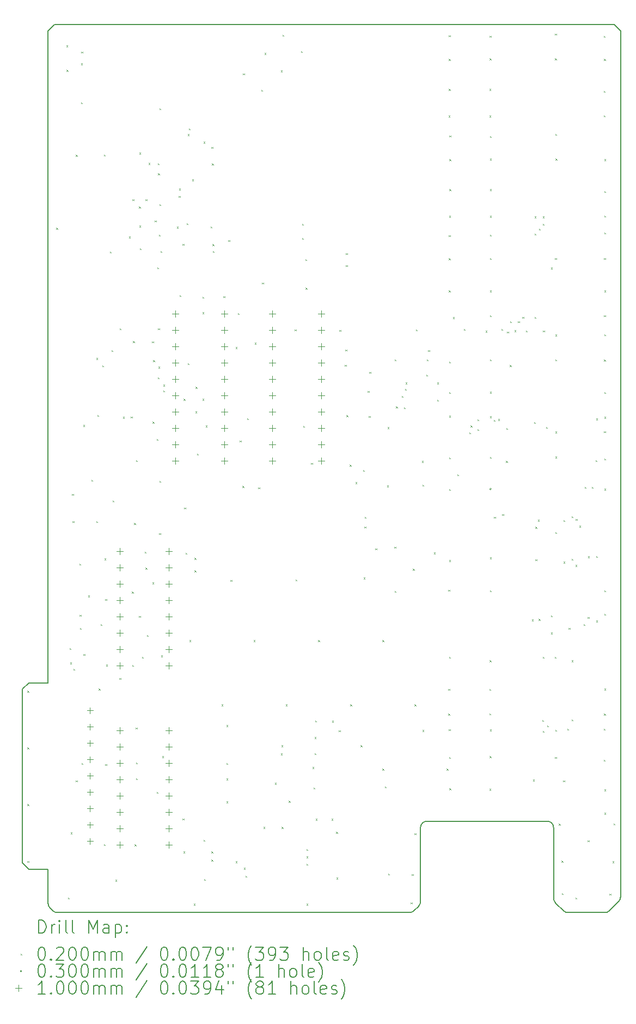
<source format=gbr>
%TF.GenerationSoftware,KiCad,Pcbnew,8.0.5*%
%TF.CreationDate,2024-11-12T15:17:23-04:00*%
%TF.ProjectId,RAMEXB_V2_Github,52414d45-5842-45f5-9632-5f4769746875,rev?*%
%TF.SameCoordinates,Original*%
%TF.FileFunction,Drillmap*%
%TF.FilePolarity,Positive*%
%FSLAX45Y45*%
G04 Gerber Fmt 4.5, Leading zero omitted, Abs format (unit mm)*
G04 Created by KiCad (PCBNEW 8.0.5) date 2024-11-12 15:17:23*
%MOMM*%
%LPD*%
G01*
G04 APERTURE LIST*
%ADD10C,0.150000*%
%ADD11C,0.200000*%
%ADD12C,0.100000*%
G04 APERTURE END LIST*
D10*
X15850000Y-1498000D02*
X15750000Y-1598000D01*
X21439289Y-15270711D02*
G75*
G02*
X21368579Y-15299999I-70709J70711D01*
G01*
X24620711Y-15129289D02*
X24479289Y-15270711D01*
X24650000Y-15058579D02*
X24650000Y-1598000D01*
X24479289Y-15270711D02*
G75*
G02*
X24408579Y-15299999I-70709J70711D01*
G01*
X15750000Y-14630000D02*
X15750000Y-15158579D01*
X21368579Y-15300000D02*
X15891421Y-15300000D01*
X24650000Y-1598000D02*
X24550000Y-1498000D01*
X23831421Y-15300000D02*
G75*
G02*
X23760710Y-15270711I-1J100000D01*
G01*
X15750000Y-14630000D02*
X15450000Y-14630000D01*
X15891421Y-15300000D02*
G75*
G02*
X15820712Y-15270709I-1J99990D01*
G01*
X15750000Y-11729000D02*
X15450000Y-11729000D01*
X15779289Y-15229289D02*
X15820711Y-15270711D01*
X23639289Y-15149289D02*
G75*
G02*
X23610004Y-15078579I70721J70709D01*
G01*
X23510000Y-13880000D02*
G75*
G02*
X23610000Y-13980000I0J-100000D01*
G01*
X21540000Y-13980000D02*
X21540000Y-15128579D01*
X15450000Y-11729000D02*
X15350000Y-11829000D01*
X15450000Y-14630000D02*
X15350000Y-14530000D01*
X15350000Y-14530000D02*
X15350000Y-11829000D01*
X24650000Y-15058579D02*
G75*
G02*
X24620711Y-15129290I-100000J-1D01*
G01*
X21540000Y-13980000D02*
G75*
G02*
X21640000Y-13880000I100000J0D01*
G01*
X21540000Y-15128579D02*
G75*
G02*
X21510711Y-15199290I-100000J-1D01*
G01*
X15850000Y-1498000D02*
X24550000Y-1498000D01*
X15779289Y-15229289D02*
G75*
G02*
X15750001Y-15158579I70711J70709D01*
G01*
X23510000Y-13880000D02*
X21640000Y-13880000D01*
X21510711Y-15199289D02*
X21439289Y-15270711D01*
X24408579Y-15300000D02*
X23831421Y-15300000D01*
X15750000Y-11729000D02*
X15750000Y-9550000D01*
X23760711Y-15270711D02*
X23639289Y-15149289D01*
X15750000Y-9550000D02*
X15750000Y-1598000D01*
X23610000Y-15078579D02*
X23610000Y-13980000D01*
D11*
D12*
X15428000Y-11852000D02*
X15448000Y-11872000D01*
X15448000Y-11852000D02*
X15428000Y-11872000D01*
X15428000Y-12734000D02*
X15448000Y-12754000D01*
X15448000Y-12734000D02*
X15428000Y-12754000D01*
X15428000Y-13616000D02*
X15448000Y-13636000D01*
X15448000Y-13616000D02*
X15428000Y-13636000D01*
X15428000Y-14498000D02*
X15448000Y-14518000D01*
X15448000Y-14498000D02*
X15428000Y-14518000D01*
X15877000Y-4658000D02*
X15897000Y-4678000D01*
X15897000Y-4658000D02*
X15877000Y-4678000D01*
X16036000Y-1819000D02*
X16056000Y-1839000D01*
X16056000Y-1819000D02*
X16036000Y-1839000D01*
X16038000Y-2200000D02*
X16058000Y-2220000D01*
X16058000Y-2200000D02*
X16038000Y-2220000D01*
X16060000Y-15065000D02*
X16080000Y-15085000D01*
X16080000Y-15065000D02*
X16060000Y-15085000D01*
X16083000Y-11190000D02*
X16103000Y-11210000D01*
X16103000Y-11190000D02*
X16083000Y-11210000D01*
X16090000Y-11412000D02*
X16110000Y-11432000D01*
X16110000Y-11412000D02*
X16090000Y-11432000D01*
X16100000Y-14054000D02*
X16120000Y-14074000D01*
X16120000Y-14054000D02*
X16100000Y-14074000D01*
X16121000Y-8791000D02*
X16141000Y-8811000D01*
X16141000Y-8791000D02*
X16121000Y-8811000D01*
X16130000Y-9214000D02*
X16150000Y-9234000D01*
X16150000Y-9214000D02*
X16130000Y-9234000D01*
X16146000Y-11511000D02*
X16166000Y-11531000D01*
X16166000Y-11511000D02*
X16146000Y-11531000D01*
X16181000Y-13247000D02*
X16201000Y-13267000D01*
X16201000Y-13247000D02*
X16181000Y-13267000D01*
X16183000Y-3521000D02*
X16203000Y-3541000D01*
X16203000Y-3521000D02*
X16183000Y-3541000D01*
X16238000Y-9879000D02*
X16258000Y-9899000D01*
X16258000Y-9879000D02*
X16238000Y-9899000D01*
X16242000Y-10674000D02*
X16262000Y-10694000D01*
X16262000Y-10674000D02*
X16242000Y-10694000D01*
X16244000Y-10876000D02*
X16264000Y-10896000D01*
X16264000Y-10876000D02*
X16244000Y-10896000D01*
X16261000Y-2099000D02*
X16281000Y-2119000D01*
X16281000Y-2099000D02*
X16261000Y-2119000D01*
X16261000Y-2707000D02*
X16281000Y-2727000D01*
X16281000Y-2707000D02*
X16261000Y-2727000D01*
X16265000Y-1920000D02*
X16285000Y-1940000D01*
X16285000Y-1920000D02*
X16265000Y-1940000D01*
X16272588Y-12977412D02*
X16292588Y-12997412D01*
X16292588Y-12977412D02*
X16272588Y-12997412D01*
X16294000Y-7721000D02*
X16314000Y-7741000D01*
X16314000Y-7721000D02*
X16294000Y-7741000D01*
X16300500Y-11282500D02*
X16320500Y-11302500D01*
X16320500Y-11282500D02*
X16300500Y-11302500D01*
X16373000Y-10371000D02*
X16393000Y-10391000D01*
X16393000Y-10371000D02*
X16373000Y-10391000D01*
X16424000Y-8573000D02*
X16444000Y-8593000D01*
X16444000Y-8573000D02*
X16424000Y-8593000D01*
X16498000Y-9217000D02*
X16518000Y-9237000D01*
X16518000Y-9217000D02*
X16498000Y-9237000D01*
X16501000Y-6681000D02*
X16521000Y-6701000D01*
X16521000Y-6681000D02*
X16501000Y-6701000D01*
X16515000Y-7565000D02*
X16535000Y-7585000D01*
X16535000Y-7565000D02*
X16515000Y-7585000D01*
X16536000Y-11820000D02*
X16556000Y-11840000D01*
X16556000Y-11820000D02*
X16536000Y-11840000D01*
X16566000Y-10816000D02*
X16586000Y-10836000D01*
X16586000Y-10816000D02*
X16566000Y-10836000D01*
X16594000Y-6792000D02*
X16614000Y-6812000D01*
X16614000Y-6792000D02*
X16594000Y-6812000D01*
X16617000Y-14235000D02*
X16637000Y-14255000D01*
X16637000Y-14235000D02*
X16617000Y-14255000D01*
X16619000Y-3519000D02*
X16639000Y-3539000D01*
X16639000Y-3519000D02*
X16619000Y-3539000D01*
X16628000Y-9795000D02*
X16648000Y-9815000D01*
X16648000Y-9795000D02*
X16628000Y-9815000D01*
X16638000Y-10429000D02*
X16658000Y-10449000D01*
X16658000Y-10429000D02*
X16638000Y-10449000D01*
X16640000Y-12990000D02*
X16660000Y-13010000D01*
X16660000Y-12990000D02*
X16640000Y-13010000D01*
X16653000Y-11446000D02*
X16673000Y-11466000D01*
X16673000Y-11446000D02*
X16653000Y-11466000D01*
X16713000Y-5024978D02*
X16733000Y-5044978D01*
X16733000Y-5024978D02*
X16713000Y-5044978D01*
X16736000Y-6559000D02*
X16756000Y-6579000D01*
X16756000Y-6559000D02*
X16736000Y-6579000D01*
X16753000Y-8896000D02*
X16773000Y-8916000D01*
X16773000Y-8896000D02*
X16753000Y-8916000D01*
X16793000Y-14790000D02*
X16813000Y-14810000D01*
X16813000Y-14790000D02*
X16793000Y-14810000D01*
X16859000Y-11652000D02*
X16879000Y-11672000D01*
X16879000Y-11652000D02*
X16859000Y-11672000D01*
X16865000Y-6217000D02*
X16885000Y-6237000D01*
X16885000Y-6217000D02*
X16865000Y-6237000D01*
X16911790Y-7595320D02*
X16931790Y-7615320D01*
X16931790Y-7595320D02*
X16911790Y-7615320D01*
X17009000Y-4792000D02*
X17029000Y-4812000D01*
X17029000Y-4792000D02*
X17009000Y-4812000D01*
X17036000Y-7593000D02*
X17056000Y-7613000D01*
X17056000Y-7593000D02*
X17036000Y-7613000D01*
X17055000Y-10314000D02*
X17075000Y-10334000D01*
X17075000Y-10314000D02*
X17055000Y-10334000D01*
X17060000Y-11453000D02*
X17080000Y-11473000D01*
X17080000Y-11453000D02*
X17060000Y-11473000D01*
X17063474Y-4212000D02*
X17083474Y-4232000D01*
X17083474Y-4212000D02*
X17063474Y-4232000D01*
X17071000Y-6418000D02*
X17091000Y-6438000D01*
X17091000Y-6418000D02*
X17071000Y-6438000D01*
X17088000Y-9245000D02*
X17108000Y-9265000D01*
X17108000Y-9245000D02*
X17088000Y-9265000D01*
X17095000Y-14242000D02*
X17115000Y-14262000D01*
X17115000Y-14242000D02*
X17095000Y-14262000D01*
X17114000Y-12424000D02*
X17134000Y-12444000D01*
X17134000Y-12424000D02*
X17114000Y-12444000D01*
X17115000Y-12965000D02*
X17135000Y-12985000D01*
X17135000Y-12965000D02*
X17115000Y-12985000D01*
X17115000Y-13215000D02*
X17135000Y-13235000D01*
X17135000Y-13215000D02*
X17115000Y-13235000D01*
X17115573Y-8266063D02*
X17135573Y-8286063D01*
X17135573Y-8266063D02*
X17115573Y-8286063D01*
X17164000Y-4327000D02*
X17184000Y-4347000D01*
X17184000Y-4327000D02*
X17164000Y-4347000D01*
X17165000Y-10690000D02*
X17185000Y-10710000D01*
X17185000Y-10690000D02*
X17165000Y-10710000D01*
X17165474Y-3487000D02*
X17185474Y-3507000D01*
X17185474Y-3487000D02*
X17165474Y-3507000D01*
X17169000Y-4623000D02*
X17189000Y-4643000D01*
X17189000Y-4623000D02*
X17169000Y-4643000D01*
X17179000Y-4974000D02*
X17199000Y-4994000D01*
X17199000Y-4974000D02*
X17179000Y-4994000D01*
X17212500Y-11323500D02*
X17232500Y-11343500D01*
X17232500Y-11323500D02*
X17212500Y-11343500D01*
X17252000Y-9691000D02*
X17272000Y-9711000D01*
X17272000Y-9691000D02*
X17252000Y-9711000D01*
X17265000Y-9940000D02*
X17285000Y-9960000D01*
X17285000Y-9940000D02*
X17265000Y-9960000D01*
X17265474Y-4213500D02*
X17285474Y-4233500D01*
X17285474Y-4213500D02*
X17265474Y-4233500D01*
X17285500Y-10987500D02*
X17305500Y-11007500D01*
X17305500Y-10987500D02*
X17285500Y-11007500D01*
X17312974Y-3648000D02*
X17332974Y-3668000D01*
X17332974Y-3648000D02*
X17312974Y-3668000D01*
X17368000Y-6420000D02*
X17388000Y-6440000D01*
X17388000Y-6420000D02*
X17368000Y-6440000D01*
X17370000Y-10170000D02*
X17390000Y-10190000D01*
X17390000Y-10170000D02*
X17370000Y-10190000D01*
X17375000Y-7671000D02*
X17395000Y-7691000D01*
X17395000Y-7671000D02*
X17375000Y-7691000D01*
X17383210Y-6714820D02*
X17403210Y-6734820D01*
X17403210Y-6714820D02*
X17383210Y-6734820D01*
X17408000Y-4544000D02*
X17428000Y-4564000D01*
X17428000Y-4544000D02*
X17408000Y-4564000D01*
X17438000Y-13425000D02*
X17458000Y-13445000D01*
X17458000Y-13425000D02*
X17438000Y-13445000D01*
X17440000Y-7940000D02*
X17460000Y-7960000D01*
X17460000Y-7940000D02*
X17440000Y-7960000D01*
X17449000Y-5270000D02*
X17469000Y-5290000D01*
X17469000Y-5270000D02*
X17449000Y-5290000D01*
X17456000Y-3652000D02*
X17476000Y-3672000D01*
X17476000Y-3652000D02*
X17456000Y-3672000D01*
X17458330Y-6980860D02*
X17478330Y-7000860D01*
X17478330Y-6980860D02*
X17458330Y-7000860D01*
X17459000Y-3809000D02*
X17479000Y-3829000D01*
X17479000Y-3809000D02*
X17459000Y-3829000D01*
X17460000Y-6220000D02*
X17480000Y-6240000D01*
X17480000Y-6220000D02*
X17460000Y-6240000D01*
X17462000Y-6815000D02*
X17482000Y-6835000D01*
X17482000Y-6815000D02*
X17462000Y-6835000D01*
X17470000Y-4762500D02*
X17490000Y-4782500D01*
X17490000Y-4762500D02*
X17470000Y-4782500D01*
X17476000Y-9403000D02*
X17496000Y-9423000D01*
X17496000Y-9403000D02*
X17476000Y-9423000D01*
X17482000Y-2798000D02*
X17502000Y-2818000D01*
X17502000Y-2798000D02*
X17482000Y-2818000D01*
X17482000Y-4287000D02*
X17502000Y-4307000D01*
X17502000Y-4287000D02*
X17482000Y-4307000D01*
X17482000Y-8592000D02*
X17502000Y-8612000D01*
X17502000Y-8592000D02*
X17482000Y-8612000D01*
X17497500Y-5016500D02*
X17517500Y-5036500D01*
X17517500Y-5016500D02*
X17497500Y-5036500D01*
X17507000Y-11302000D02*
X17527000Y-11322000D01*
X17527000Y-11302000D02*
X17507000Y-11322000D01*
X17524000Y-12868500D02*
X17544000Y-12888500D01*
X17544000Y-12868500D02*
X17524000Y-12888500D01*
X17541840Y-7094110D02*
X17561840Y-7114110D01*
X17561840Y-7094110D02*
X17541840Y-7114110D01*
X17542253Y-7185360D02*
X17562253Y-7205360D01*
X17562253Y-7185360D02*
X17542253Y-7205360D01*
X17751000Y-4639525D02*
X17771000Y-4659525D01*
X17771000Y-4639525D02*
X17751000Y-4659525D01*
X17781000Y-4160000D02*
X17801000Y-4180000D01*
X17801000Y-4160000D02*
X17781000Y-4180000D01*
X17787000Y-4047000D02*
X17807000Y-4067000D01*
X17807000Y-4047000D02*
X17787000Y-4067000D01*
X17793000Y-5704000D02*
X17813000Y-5724000D01*
X17813000Y-5704000D02*
X17793000Y-5724000D01*
X17840000Y-13840000D02*
X17860000Y-13860000D01*
X17860000Y-13840000D02*
X17840000Y-13860000D01*
X17841000Y-4905000D02*
X17861000Y-4925000D01*
X17861000Y-4905000D02*
X17841000Y-4925000D01*
X17852000Y-14350000D02*
X17872000Y-14370000D01*
X17872000Y-14350000D02*
X17852000Y-14370000D01*
X17859000Y-7315000D02*
X17879000Y-7335000D01*
X17879000Y-7315000D02*
X17859000Y-7335000D01*
X17866000Y-9003000D02*
X17886000Y-9023000D01*
X17886000Y-9003000D02*
X17866000Y-9023000D01*
X17888000Y-9708000D02*
X17908000Y-9728000D01*
X17908000Y-9708000D02*
X17888000Y-9728000D01*
X17905000Y-4587000D02*
X17925000Y-4607000D01*
X17925000Y-4587000D02*
X17905000Y-4607000D01*
X17919000Y-3202000D02*
X17939000Y-3222000D01*
X17939000Y-3202000D02*
X17919000Y-3222000D01*
X17922500Y-6761145D02*
X17942500Y-6781145D01*
X17942500Y-6761145D02*
X17922500Y-6781145D01*
X17941000Y-3109000D02*
X17961000Y-3129000D01*
X17961000Y-3109000D02*
X17941000Y-3129000D01*
X17948000Y-11065000D02*
X17968000Y-11085000D01*
X17968000Y-11065000D02*
X17948000Y-11085000D01*
X17990000Y-3902000D02*
X18010000Y-3922000D01*
X18010000Y-3902000D02*
X17990000Y-3922000D01*
X18015000Y-15165000D02*
X18035000Y-15185000D01*
X18035000Y-15165000D02*
X18015000Y-15185000D01*
X18026000Y-9789000D02*
X18046000Y-9809000D01*
X18046000Y-9789000D02*
X18026000Y-9809000D01*
X18027000Y-9983000D02*
X18047000Y-10003000D01*
X18047000Y-9983000D02*
X18027000Y-10003000D01*
X18040000Y-7510000D02*
X18060000Y-7530000D01*
X18060000Y-7510000D02*
X18040000Y-7530000D01*
X18043595Y-7128595D02*
X18063595Y-7148595D01*
X18063595Y-7128595D02*
X18043595Y-7148595D01*
X18065000Y-8165000D02*
X18085000Y-8185000D01*
X18085000Y-8165000D02*
X18065000Y-8185000D01*
X18150000Y-5730000D02*
X18170000Y-5750000D01*
X18170000Y-5730000D02*
X18150000Y-5750000D01*
X18150000Y-5970000D02*
X18170000Y-5990000D01*
X18170000Y-5970000D02*
X18150000Y-5990000D01*
X18151088Y-7313912D02*
X18171088Y-7333912D01*
X18171088Y-7313912D02*
X18151088Y-7333912D01*
X18166250Y-3319000D02*
X18186250Y-3339000D01*
X18186250Y-3319000D02*
X18166250Y-3339000D01*
X18167000Y-14171000D02*
X18187000Y-14191000D01*
X18187000Y-14171000D02*
X18167000Y-14191000D01*
X18177000Y-14779000D02*
X18197000Y-14799000D01*
X18197000Y-14779000D02*
X18177000Y-14799000D01*
X18200000Y-7730000D02*
X18220000Y-7750000D01*
X18220000Y-7730000D02*
X18200000Y-7750000D01*
X18278880Y-4635559D02*
X18298880Y-4655559D01*
X18298880Y-4635559D02*
X18278880Y-4655559D01*
X18289000Y-14350500D02*
X18309000Y-14370500D01*
X18309000Y-14350500D02*
X18289000Y-14370500D01*
X18289500Y-14477500D02*
X18309500Y-14497500D01*
X18309500Y-14477500D02*
X18289500Y-14497500D01*
X18290000Y-3397000D02*
X18310000Y-3417000D01*
X18310000Y-3397000D02*
X18290000Y-3417000D01*
X18297000Y-3659000D02*
X18317000Y-3679000D01*
X18317000Y-3659000D02*
X18297000Y-3679000D01*
X18307000Y-4911000D02*
X18327000Y-4931000D01*
X18327000Y-4911000D02*
X18307000Y-4931000D01*
X18309000Y-5016500D02*
X18329000Y-5036500D01*
X18329000Y-5016500D02*
X18309000Y-5036500D01*
X18448000Y-12065000D02*
X18468000Y-12085000D01*
X18468000Y-12065000D02*
X18448000Y-12085000D01*
X18476000Y-5722000D02*
X18496000Y-5742000D01*
X18496000Y-5722000D02*
X18476000Y-5742000D01*
X18524000Y-12388000D02*
X18544000Y-12408000D01*
X18544000Y-12388000D02*
X18524000Y-12408000D01*
X18524000Y-12975000D02*
X18544000Y-12995000D01*
X18544000Y-12975000D02*
X18524000Y-12995000D01*
X18524000Y-13216000D02*
X18544000Y-13236000D01*
X18544000Y-13216000D02*
X18524000Y-13236000D01*
X18524000Y-13573000D02*
X18544000Y-13593000D01*
X18544000Y-13573000D02*
X18524000Y-13593000D01*
X18552500Y-4846500D02*
X18572500Y-4866500D01*
X18572500Y-4846500D02*
X18552500Y-4866500D01*
X18586000Y-10131000D02*
X18606000Y-10151000D01*
X18606000Y-10131000D02*
X18586000Y-10151000D01*
X18664000Y-14504000D02*
X18684000Y-14524000D01*
X18684000Y-14504000D02*
X18664000Y-14524000D01*
X18667000Y-6510000D02*
X18687000Y-6530000D01*
X18687000Y-6510000D02*
X18667000Y-6530000D01*
X18698000Y-5983000D02*
X18718000Y-6003000D01*
X18718000Y-5983000D02*
X18698000Y-6003000D01*
X18730000Y-7965000D02*
X18750000Y-7985000D01*
X18750000Y-7965000D02*
X18730000Y-7985000D01*
X18771000Y-8670000D02*
X18791000Y-8690000D01*
X18791000Y-8670000D02*
X18771000Y-8690000D01*
X18780000Y-2256000D02*
X18800000Y-2276000D01*
X18800000Y-2256000D02*
X18780000Y-2276000D01*
X18793000Y-14604500D02*
X18813000Y-14624500D01*
X18813000Y-14604500D02*
X18793000Y-14624500D01*
X18821000Y-14730000D02*
X18841000Y-14750000D01*
X18841000Y-14730000D02*
X18821000Y-14750000D01*
X18843000Y-7617000D02*
X18863000Y-7637000D01*
X18863000Y-7617000D02*
X18843000Y-7637000D01*
X18948000Y-11065000D02*
X18968000Y-11085000D01*
X18968000Y-11065000D02*
X18948000Y-11085000D01*
X18964000Y-6443000D02*
X18984000Y-6463000D01*
X18984000Y-6443000D02*
X18964000Y-6463000D01*
X19018000Y-8692000D02*
X19038000Y-8712000D01*
X19038000Y-8692000D02*
X19018000Y-8712000D01*
X19065000Y-2513000D02*
X19085000Y-2533000D01*
X19085000Y-2513000D02*
X19065000Y-2533000D01*
X19078000Y-5508000D02*
X19098000Y-5528000D01*
X19098000Y-5508000D02*
X19078000Y-5528000D01*
X19098000Y-13971000D02*
X19118000Y-13991000D01*
X19118000Y-13971000D02*
X19098000Y-13991000D01*
X19114000Y-1938000D02*
X19134000Y-1958000D01*
X19134000Y-1938000D02*
X19114000Y-1958000D01*
X19276000Y-13283000D02*
X19296000Y-13303000D01*
X19296000Y-13283000D02*
X19276000Y-13303000D01*
X19367000Y-2210000D02*
X19387000Y-2230000D01*
X19387000Y-2210000D02*
X19367000Y-2230000D01*
X19369000Y-12826000D02*
X19389000Y-12846000D01*
X19389000Y-12826000D02*
X19369000Y-12846000D01*
X19380000Y-12700000D02*
X19400000Y-12720000D01*
X19400000Y-12700000D02*
X19380000Y-12720000D01*
X19383355Y-13971000D02*
X19403355Y-13991000D01*
X19403355Y-13971000D02*
X19383355Y-13991000D01*
X19393000Y-1653000D02*
X19413000Y-1673000D01*
X19413000Y-1653000D02*
X19393000Y-1673000D01*
X19448000Y-12065000D02*
X19468000Y-12085000D01*
X19468000Y-12065000D02*
X19448000Y-12085000D01*
X19491000Y-13564000D02*
X19511000Y-13584000D01*
X19511000Y-13564000D02*
X19491000Y-13584000D01*
X19585000Y-6238000D02*
X19605000Y-6258000D01*
X19605000Y-6238000D02*
X19585000Y-6258000D01*
X19600000Y-10120000D02*
X19620000Y-10140000D01*
X19620000Y-10120000D02*
X19600000Y-10140000D01*
X19683000Y-1909000D02*
X19703000Y-1929000D01*
X19703000Y-1909000D02*
X19683000Y-1929000D01*
X19701000Y-4592000D02*
X19721000Y-4612000D01*
X19721000Y-4592000D02*
X19701000Y-4612000D01*
X19701000Y-4815000D02*
X19721000Y-4835000D01*
X19721000Y-4815000D02*
X19701000Y-4835000D01*
X19714000Y-7732000D02*
X19734000Y-7752000D01*
X19734000Y-7732000D02*
X19714000Y-7752000D01*
X19752000Y-5145000D02*
X19772000Y-5165000D01*
X19772000Y-5145000D02*
X19752000Y-5165000D01*
X19754000Y-5589000D02*
X19774000Y-5609000D01*
X19774000Y-5589000D02*
X19754000Y-5609000D01*
X19765000Y-14311000D02*
X19785000Y-14331000D01*
X19785000Y-14311000D02*
X19765000Y-14331000D01*
X19765000Y-14426500D02*
X19785000Y-14446500D01*
X19785000Y-14426500D02*
X19765000Y-14446500D01*
X19765000Y-14542000D02*
X19785000Y-14562000D01*
X19785000Y-14542000D02*
X19765000Y-14562000D01*
X19765000Y-15165000D02*
X19785000Y-15185000D01*
X19785000Y-15165000D02*
X19765000Y-15185000D01*
X19840030Y-8310132D02*
X19860030Y-8330132D01*
X19860030Y-8310132D02*
X19840030Y-8330132D01*
X19859000Y-13038000D02*
X19879000Y-13058000D01*
X19879000Y-13038000D02*
X19859000Y-13058000D01*
X19879000Y-13358000D02*
X19899000Y-13378000D01*
X19899000Y-13358000D02*
X19879000Y-13378000D01*
X19892000Y-12825000D02*
X19912000Y-12845000D01*
X19912000Y-12825000D02*
X19892000Y-12845000D01*
X19893000Y-12572000D02*
X19913000Y-12592000D01*
X19913000Y-12572000D02*
X19893000Y-12592000D01*
X19900976Y-12317302D02*
X19920976Y-12337302D01*
X19920976Y-12317302D02*
X19900976Y-12337302D01*
X19909000Y-13843000D02*
X19929000Y-13863000D01*
X19929000Y-13843000D02*
X19909000Y-13863000D01*
X19948000Y-11065000D02*
X19968000Y-11085000D01*
X19968000Y-11065000D02*
X19948000Y-11085000D01*
X20154000Y-13843000D02*
X20174000Y-13863000D01*
X20174000Y-13843000D02*
X20154000Y-13863000D01*
X20164082Y-12318000D02*
X20184082Y-12338000D01*
X20184082Y-12318000D02*
X20164082Y-12338000D01*
X20229000Y-14046000D02*
X20249000Y-14066000D01*
X20249000Y-14046000D02*
X20229000Y-14066000D01*
X20235000Y-14759000D02*
X20255000Y-14779000D01*
X20255000Y-14759000D02*
X20235000Y-14779000D01*
X20270000Y-12469000D02*
X20290000Y-12489000D01*
X20290000Y-12469000D02*
X20270000Y-12489000D01*
X20279588Y-6243412D02*
X20299588Y-6263412D01*
X20299588Y-6243412D02*
X20279588Y-6263412D01*
X20364000Y-6786000D02*
X20384000Y-6806000D01*
X20384000Y-6786000D02*
X20364000Y-6806000D01*
X20372000Y-6551000D02*
X20392000Y-6571000D01*
X20392000Y-6551000D02*
X20372000Y-6571000D01*
X20380000Y-5235000D02*
X20400000Y-5255000D01*
X20400000Y-5235000D02*
X20380000Y-5255000D01*
X20381000Y-5052000D02*
X20401000Y-5072000D01*
X20401000Y-5052000D02*
X20381000Y-5072000D01*
X20390000Y-7570000D02*
X20410000Y-7590000D01*
X20410000Y-7570000D02*
X20390000Y-7590000D01*
X20440000Y-8340000D02*
X20460000Y-8360000D01*
X20460000Y-8340000D02*
X20440000Y-8360000D01*
X20448000Y-12065000D02*
X20468000Y-12085000D01*
X20468000Y-12065000D02*
X20448000Y-12085000D01*
X20530000Y-8611885D02*
X20550000Y-8631885D01*
X20550000Y-8611885D02*
X20530000Y-8631885D01*
X20609275Y-12699889D02*
X20629275Y-12719889D01*
X20629275Y-12699889D02*
X20609275Y-12719889D01*
X20647522Y-8419000D02*
X20667522Y-8439000D01*
X20667522Y-8419000D02*
X20647522Y-8439000D01*
X20657000Y-10091000D02*
X20677000Y-10111000D01*
X20677000Y-10091000D02*
X20657000Y-10111000D01*
X20669000Y-9301000D02*
X20689000Y-9321000D01*
X20689000Y-9301000D02*
X20669000Y-9321000D01*
X20671000Y-9150000D02*
X20691000Y-9170000D01*
X20691000Y-9150000D02*
X20671000Y-9170000D01*
X20720500Y-7190500D02*
X20740500Y-7210500D01*
X20740500Y-7190500D02*
X20720500Y-7210500D01*
X20736000Y-7584000D02*
X20756000Y-7604000D01*
X20756000Y-7584000D02*
X20736000Y-7604000D01*
X20745000Y-6895000D02*
X20765000Y-6915000D01*
X20765000Y-6895000D02*
X20745000Y-6915000D01*
X20838000Y-9640000D02*
X20858000Y-9660000D01*
X20858000Y-9640000D02*
X20838000Y-9660000D01*
X20948000Y-11065000D02*
X20968000Y-11085000D01*
X20968000Y-11065000D02*
X20948000Y-11085000D01*
X20948000Y-13065000D02*
X20968000Y-13085000D01*
X20968000Y-13065000D02*
X20948000Y-13085000D01*
X20986000Y-13342000D02*
X21006000Y-13362000D01*
X21006000Y-13342000D02*
X20986000Y-13362000D01*
X21020000Y-8660000D02*
X21040000Y-8680000D01*
X21040000Y-8660000D02*
X21020000Y-8680000D01*
X21027000Y-7754500D02*
X21047000Y-7774500D01*
X21047000Y-7754500D02*
X21027000Y-7774500D01*
X21039000Y-14695000D02*
X21059000Y-14715000D01*
X21059000Y-14695000D02*
X21039000Y-14715000D01*
X21135000Y-9614000D02*
X21155000Y-9634000D01*
X21155000Y-9614000D02*
X21135000Y-9634000D01*
X21140000Y-6700000D02*
X21160000Y-6720000D01*
X21160000Y-6700000D02*
X21140000Y-6720000D01*
X21141000Y-10300000D02*
X21161000Y-10320000D01*
X21161000Y-10300000D02*
X21141000Y-10320000D01*
X21161000Y-7434000D02*
X21181000Y-7454000D01*
X21181000Y-7434000D02*
X21161000Y-7454000D01*
X21250000Y-7270000D02*
X21270000Y-7290000D01*
X21270000Y-7270000D02*
X21250000Y-7290000D01*
X21283605Y-7444605D02*
X21303605Y-7464605D01*
X21303605Y-7444605D02*
X21283605Y-7464605D01*
X21300000Y-7160000D02*
X21320000Y-7180000D01*
X21320000Y-7160000D02*
X21300000Y-7180000D01*
X21310000Y-7060000D02*
X21330000Y-7080000D01*
X21330000Y-7060000D02*
X21310000Y-7080000D01*
X21390000Y-15145000D02*
X21410000Y-15165000D01*
X21410000Y-15145000D02*
X21390000Y-15165000D01*
X21405000Y-14705000D02*
X21425000Y-14725000D01*
X21425000Y-14705000D02*
X21405000Y-14725000D01*
X21421000Y-9957000D02*
X21441000Y-9977000D01*
X21441000Y-9957000D02*
X21421000Y-9977000D01*
X21448000Y-12065000D02*
X21468000Y-12085000D01*
X21468000Y-12065000D02*
X21448000Y-12085000D01*
X21448000Y-14065000D02*
X21468000Y-14085000D01*
X21468000Y-14065000D02*
X21448000Y-14085000D01*
X21470500Y-6233500D02*
X21490500Y-6253500D01*
X21490500Y-6233500D02*
X21470500Y-6253500D01*
X21562000Y-8279000D02*
X21582000Y-8299000D01*
X21582000Y-8279000D02*
X21562000Y-8299000D01*
X21570000Y-8650000D02*
X21590000Y-8670000D01*
X21590000Y-8650000D02*
X21570000Y-8670000D01*
X21571000Y-12464000D02*
X21591000Y-12484000D01*
X21591000Y-12464000D02*
X21571000Y-12484000D01*
X21630000Y-6940000D02*
X21650000Y-6960000D01*
X21650000Y-6940000D02*
X21630000Y-6960000D01*
X21640000Y-6700000D02*
X21660000Y-6720000D01*
X21660000Y-6700000D02*
X21640000Y-6720000D01*
X21659325Y-6557500D02*
X21679325Y-6577500D01*
X21679325Y-6557500D02*
X21659325Y-6577500D01*
X21751000Y-9704000D02*
X21771000Y-9724000D01*
X21771000Y-9704000D02*
X21751000Y-9724000D01*
X21800000Y-7060000D02*
X21820000Y-7080000D01*
X21820000Y-7060000D02*
X21800000Y-7080000D01*
X21800000Y-7330000D02*
X21820000Y-7350000D01*
X21820000Y-7330000D02*
X21800000Y-7350000D01*
X21948000Y-13065000D02*
X21968000Y-13085000D01*
X21968000Y-13065000D02*
X21948000Y-13085000D01*
X21972000Y-10281690D02*
X21992000Y-10301690D01*
X21992000Y-10281690D02*
X21972000Y-10301690D01*
X21974000Y-11823351D02*
X21994000Y-11843351D01*
X21994000Y-11823351D02*
X21974000Y-11843351D01*
X21974000Y-12208351D02*
X21994000Y-12228351D01*
X21994000Y-12208351D02*
X21974000Y-12228351D01*
X21979000Y-2911750D02*
X21999000Y-2931750D01*
X21999000Y-2911750D02*
X21979000Y-2931750D01*
X21980000Y-12450000D02*
X22000000Y-12470000D01*
X22000000Y-12450000D02*
X21980000Y-12470000D01*
X21980597Y-2496750D02*
X22000597Y-2516750D01*
X22000597Y-2496750D02*
X21980597Y-2516750D01*
X21981000Y-5631067D02*
X22001000Y-5651067D01*
X22001000Y-5631067D02*
X21981000Y-5651067D01*
X21982000Y-1661750D02*
X22002000Y-1681750D01*
X22002000Y-1661750D02*
X21982000Y-1681750D01*
X21982000Y-5130067D02*
X22002000Y-5150067D01*
X22002000Y-5130067D02*
X21982000Y-5150067D01*
X21982093Y-2031750D02*
X22002093Y-2051750D01*
X22002093Y-2031750D02*
X21982093Y-2051750D01*
X21982100Y-4770000D02*
X22002100Y-4790000D01*
X22002100Y-4770000D02*
X21982100Y-4790000D01*
X21982772Y-8227325D02*
X22002772Y-8247325D01*
X22002772Y-8227325D02*
X21982772Y-8247325D01*
X21982982Y-7577018D02*
X22002982Y-7597018D01*
X22002982Y-7577018D02*
X21982982Y-7597018D01*
X21983657Y-8717429D02*
X22003657Y-8737429D01*
X22003657Y-8717429D02*
X21983657Y-8737429D01*
X21984114Y-6737000D02*
X22004114Y-6757000D01*
X22004114Y-6737000D02*
X21984114Y-6757000D01*
X21985000Y-9821000D02*
X22005000Y-9841000D01*
X22005000Y-9821000D02*
X21985000Y-9841000D01*
X21985000Y-12880000D02*
X22005000Y-12900000D01*
X22005000Y-12880000D02*
X21985000Y-12900000D01*
X21985589Y-11322015D02*
X22005589Y-11342015D01*
X22005589Y-11322015D02*
X21985589Y-11342015D01*
X21986000Y-7210000D02*
X22006000Y-7230000D01*
X22006000Y-7210000D02*
X21986000Y-7230000D01*
X21987000Y-4470000D02*
X22007000Y-4490000D01*
X22007000Y-4470000D02*
X21987000Y-4490000D01*
X21988597Y-4055000D02*
X22008597Y-4075000D01*
X22008597Y-4055000D02*
X21988597Y-4075000D01*
X21990000Y-3220000D02*
X22010000Y-3240000D01*
X22010000Y-3220000D02*
X21990000Y-3240000D01*
X21990000Y-13370000D02*
X22010000Y-13390000D01*
X22010000Y-13370000D02*
X21990000Y-13390000D01*
X21990093Y-3590000D02*
X22010093Y-3610000D01*
X22010093Y-3590000D02*
X21990093Y-3610000D01*
X22046000Y-6046000D02*
X22066000Y-6066000D01*
X22066000Y-6046000D02*
X22046000Y-6066000D01*
X22110000Y-8490000D02*
X22130000Y-8510000D01*
X22130000Y-8490000D02*
X22110000Y-8510000D01*
X22214000Y-6227500D02*
X22234000Y-6247500D01*
X22234000Y-6227500D02*
X22214000Y-6247500D01*
X22300000Y-7837500D02*
X22320000Y-7857500D01*
X22320000Y-7837500D02*
X22300000Y-7857500D01*
X22318838Y-7731162D02*
X22338838Y-7751162D01*
X22338838Y-7731162D02*
X22318838Y-7751162D01*
X22425000Y-7632723D02*
X22445000Y-7652723D01*
X22445000Y-7632723D02*
X22425000Y-7652723D01*
X22426912Y-7784088D02*
X22446912Y-7804088D01*
X22446912Y-7784088D02*
X22426912Y-7804088D01*
X22555000Y-6257500D02*
X22575000Y-6277500D01*
X22575000Y-6257500D02*
X22555000Y-6277500D01*
X22611000Y-12206351D02*
X22631000Y-12226351D01*
X22631000Y-12206351D02*
X22611000Y-12226351D01*
X22612000Y-2496750D02*
X22632000Y-2516750D01*
X22632000Y-2496750D02*
X22612000Y-2516750D01*
X22612000Y-2912750D02*
X22632000Y-2932750D01*
X22632000Y-2912750D02*
X22612000Y-2932750D01*
X22612000Y-11823351D02*
X22632000Y-11843351D01*
X22632000Y-11823351D02*
X22612000Y-11843351D01*
X22612000Y-13375999D02*
X22632000Y-13395999D01*
X22632000Y-13375999D02*
X22612000Y-13395999D01*
X22614800Y-1671750D02*
X22634800Y-1691750D01*
X22634800Y-1671750D02*
X22614800Y-1691750D01*
X22615000Y-2023750D02*
X22635000Y-2043750D01*
X22635000Y-2023750D02*
X22615000Y-2043750D01*
X22615000Y-11380000D02*
X22635000Y-11400000D01*
X22635000Y-11380000D02*
X22615000Y-11400000D01*
X22617460Y-12870847D02*
X22637460Y-12890847D01*
X22637460Y-12870847D02*
X22617460Y-12890847D01*
X22618000Y-5127067D02*
X22638000Y-5147067D01*
X22638000Y-5127067D02*
X22618000Y-5147067D01*
X22618000Y-5630067D02*
X22638000Y-5650067D01*
X22638000Y-5630067D02*
X22618000Y-5650067D01*
X22618000Y-6015067D02*
X22638000Y-6035067D01*
X22638000Y-6015067D02*
X22618000Y-6035067D01*
X22618600Y-4764917D02*
X22638600Y-4784917D01*
X22638600Y-4764917D02*
X22618600Y-4784917D01*
X22618728Y-9779172D02*
X22638728Y-9799172D01*
X22638728Y-9779172D02*
X22618728Y-9799172D01*
X22619066Y-12455000D02*
X22639066Y-12475000D01*
X22639066Y-12455000D02*
X22619066Y-12475000D01*
X22619763Y-8216078D02*
X22639763Y-8236078D01*
X22639763Y-8216078D02*
X22619763Y-8236078D01*
X22620000Y-4055000D02*
X22640000Y-4075000D01*
X22640000Y-4055000D02*
X22620000Y-4075000D01*
X22620000Y-4471000D02*
X22640000Y-4491000D01*
X22640000Y-4471000D02*
X22620000Y-4491000D01*
X22620000Y-7206365D02*
X22640000Y-7226365D01*
X22640000Y-7206365D02*
X22620000Y-7226365D01*
X22620000Y-10291690D02*
X22640000Y-10311690D01*
X22640000Y-10291690D02*
X22620000Y-10311690D01*
X22620005Y-7586961D02*
X22640005Y-7606961D01*
X22640005Y-7586961D02*
X22620005Y-7606961D01*
X22621705Y-6703411D02*
X22641705Y-6723411D01*
X22641705Y-6703411D02*
X22621705Y-6723411D01*
X22622800Y-3230000D02*
X22642800Y-3250000D01*
X22642800Y-3230000D02*
X22622800Y-3250000D01*
X22623000Y-3582000D02*
X22643000Y-3602000D01*
X22643000Y-3582000D02*
X22623000Y-3602000D01*
X22678322Y-7640000D02*
X22698322Y-7660000D01*
X22698322Y-7640000D02*
X22678322Y-7660000D01*
X22683000Y-9147000D02*
X22703000Y-9167000D01*
X22703000Y-9147000D02*
X22683000Y-9167000D01*
X22745500Y-7628000D02*
X22765500Y-7648000D01*
X22765500Y-7628000D02*
X22745500Y-7648000D01*
X22797102Y-6228723D02*
X22817102Y-6248723D01*
X22817102Y-6228723D02*
X22797102Y-6248723D01*
X22812000Y-9108000D02*
X22832000Y-9128000D01*
X22832000Y-9108000D02*
X22812000Y-9128000D01*
X22869537Y-8280463D02*
X22889537Y-8300463D01*
X22889537Y-8280463D02*
X22869537Y-8300463D01*
X22872764Y-7767500D02*
X22892764Y-7787500D01*
X22892764Y-7767500D02*
X22872764Y-7787500D01*
X22888618Y-6271443D02*
X22908618Y-6291443D01*
X22908618Y-6271443D02*
X22888618Y-6291443D01*
X22930000Y-6790000D02*
X22950000Y-6810000D01*
X22950000Y-6790000D02*
X22930000Y-6810000D01*
X22936118Y-6111412D02*
X22956118Y-6131412D01*
X22956118Y-6111412D02*
X22936118Y-6131412D01*
X22999500Y-6248000D02*
X23019500Y-6268000D01*
X23019500Y-6248000D02*
X22999500Y-6268000D01*
X23055000Y-6109000D02*
X23075000Y-6129000D01*
X23075000Y-6109000D02*
X23055000Y-6129000D01*
X23124000Y-6043000D02*
X23144000Y-6063000D01*
X23144000Y-6043000D02*
X23124000Y-6063000D01*
X23180000Y-6253000D02*
X23200000Y-6273000D01*
X23200000Y-6253000D02*
X23180000Y-6273000D01*
X23275000Y-10745351D02*
X23295000Y-10765351D01*
X23295000Y-10745351D02*
X23275000Y-10765351D01*
X23290000Y-13235000D02*
X23310000Y-13255000D01*
X23310000Y-13235000D02*
X23290000Y-13255000D01*
X23307000Y-7677000D02*
X23327000Y-7697000D01*
X23327000Y-7677000D02*
X23307000Y-7697000D01*
X23313000Y-6040000D02*
X23333000Y-6060000D01*
X23333000Y-6040000D02*
X23313000Y-6060000D01*
X23316000Y-4748000D02*
X23336000Y-4768000D01*
X23336000Y-4748000D02*
X23316000Y-4768000D01*
X23317000Y-4479000D02*
X23337000Y-4499000D01*
X23337000Y-4479000D02*
X23317000Y-4499000D01*
X23326000Y-9807000D02*
X23346000Y-9827000D01*
X23346000Y-9807000D02*
X23326000Y-9827000D01*
X23327000Y-9306000D02*
X23347000Y-9326000D01*
X23347000Y-9306000D02*
X23327000Y-9326000D01*
X23367000Y-9194500D02*
X23387000Y-9214500D01*
X23387000Y-9194500D02*
X23367000Y-9214500D01*
X23379000Y-10735000D02*
X23399000Y-10755000D01*
X23399000Y-10735000D02*
X23379000Y-10755000D01*
X23381088Y-4669912D02*
X23401088Y-4689912D01*
X23401088Y-4669912D02*
X23381088Y-4689912D01*
X23434000Y-12308000D02*
X23454000Y-12328000D01*
X23454000Y-12308000D02*
X23434000Y-12328000D01*
X23439000Y-4478000D02*
X23459000Y-4498000D01*
X23459000Y-4478000D02*
X23439000Y-4498000D01*
X23439000Y-12474000D02*
X23459000Y-12494000D01*
X23459000Y-12474000D02*
X23439000Y-12494000D01*
X23440000Y-4591000D02*
X23460000Y-4611000D01*
X23460000Y-4591000D02*
X23440000Y-4611000D01*
X23441000Y-11324000D02*
X23461000Y-11344000D01*
X23461000Y-11324000D02*
X23441000Y-11344000D01*
X23444800Y-6255000D02*
X23464800Y-6275000D01*
X23464800Y-6255000D02*
X23444800Y-6275000D01*
X23490000Y-7750000D02*
X23510000Y-7770000D01*
X23510000Y-7750000D02*
X23490000Y-7770000D01*
X23510000Y-12390000D02*
X23530000Y-12410000D01*
X23530000Y-12390000D02*
X23510000Y-12410000D01*
X23570000Y-10681412D02*
X23590000Y-10701412D01*
X23590000Y-10681412D02*
X23570000Y-10701412D01*
X23570000Y-10949000D02*
X23590000Y-10969000D01*
X23590000Y-10949000D02*
X23570000Y-10969000D01*
X23571000Y-5276000D02*
X23591000Y-5296000D01*
X23591000Y-5276000D02*
X23571000Y-5296000D01*
X23630000Y-11325000D02*
X23650000Y-11345000D01*
X23650000Y-11325000D02*
X23630000Y-11345000D01*
X23631000Y-1638750D02*
X23651000Y-1658750D01*
X23651000Y-1638750D02*
X23631000Y-1658750D01*
X23631000Y-12882000D02*
X23651000Y-12902000D01*
X23651000Y-12882000D02*
X23631000Y-12902000D01*
X23632000Y-2022750D02*
X23652000Y-2042750D01*
X23652000Y-2022750D02*
X23632000Y-2042750D01*
X23632000Y-5124067D02*
X23652000Y-5144067D01*
X23652000Y-5124067D02*
X23632000Y-5144067D01*
X23634000Y-12461000D02*
X23654000Y-12481000D01*
X23654000Y-12461000D02*
X23634000Y-12481000D01*
X23635000Y-6315000D02*
X23655000Y-6335000D01*
X23655000Y-6315000D02*
X23635000Y-6335000D01*
X23635000Y-9385000D02*
X23655000Y-9405000D01*
X23655000Y-9385000D02*
X23635000Y-9405000D01*
X23635318Y-6699666D02*
X23655318Y-6719666D01*
X23655318Y-6699666D02*
X23635318Y-6719666D01*
X23635999Y-7824001D02*
X23655999Y-7844001D01*
X23655999Y-7824001D02*
X23635999Y-7844001D01*
X23637000Y-8213338D02*
X23657000Y-8233338D01*
X23657000Y-8213338D02*
X23637000Y-8233338D01*
X23639000Y-3197000D02*
X23659000Y-3217000D01*
X23659000Y-3197000D02*
X23639000Y-3217000D01*
X23640000Y-3581000D02*
X23660000Y-3601000D01*
X23660000Y-3581000D02*
X23640000Y-3601000D01*
X23690000Y-13920000D02*
X23710000Y-13940000D01*
X23710000Y-13920000D02*
X23690000Y-13940000D01*
X23735000Y-14495000D02*
X23755000Y-14515000D01*
X23755000Y-14495000D02*
X23735000Y-14515000D01*
X23740000Y-15000000D02*
X23760000Y-15020000D01*
X23760000Y-15000000D02*
X23740000Y-15020000D01*
X23758000Y-13246000D02*
X23778000Y-13266000D01*
X23778000Y-13246000D02*
X23758000Y-13266000D01*
X23761000Y-9201000D02*
X23781000Y-9221000D01*
X23781000Y-9201000D02*
X23761000Y-9221000D01*
X23761500Y-9847500D02*
X23781500Y-9867500D01*
X23781500Y-9847500D02*
X23761500Y-9867500D01*
X23822824Y-12440000D02*
X23842824Y-12460000D01*
X23842824Y-12440000D02*
X23822824Y-12460000D01*
X23844463Y-10877463D02*
X23864463Y-10897463D01*
X23864463Y-10877463D02*
X23844463Y-10897463D01*
X23888500Y-9800000D02*
X23908500Y-9820000D01*
X23908500Y-9800000D02*
X23888500Y-9820000D01*
X23888500Y-12300000D02*
X23908500Y-12320000D01*
X23908500Y-12300000D02*
X23888500Y-12320000D01*
X23890000Y-9140000D02*
X23910000Y-9160000D01*
X23910000Y-9140000D02*
X23890000Y-9160000D01*
X23890000Y-11380000D02*
X23910000Y-11400000D01*
X23910000Y-11380000D02*
X23890000Y-11400000D01*
X23948000Y-15065000D02*
X23968000Y-15085000D01*
X23968000Y-15065000D02*
X23948000Y-15085000D01*
X23950961Y-9898000D02*
X23970961Y-9918000D01*
X23970961Y-9898000D02*
X23950961Y-9918000D01*
X23954919Y-9183000D02*
X23974919Y-9203000D01*
X23974919Y-9183000D02*
X23954919Y-9203000D01*
X24010000Y-9287000D02*
X24030000Y-9307000D01*
X24030000Y-9287000D02*
X24010000Y-9307000D01*
X24079000Y-10813912D02*
X24099000Y-10833912D01*
X24099000Y-10813912D02*
X24079000Y-10833912D01*
X24095000Y-8680000D02*
X24115000Y-8700000D01*
X24115000Y-8680000D02*
X24095000Y-8700000D01*
X24140000Y-10705000D02*
X24160000Y-10725000D01*
X24160000Y-10705000D02*
X24140000Y-10725000D01*
X24140000Y-14175000D02*
X24160000Y-14195000D01*
X24160000Y-14175000D02*
X24140000Y-14195000D01*
X24143000Y-9761000D02*
X24163000Y-9781000D01*
X24163000Y-9761000D02*
X24143000Y-9781000D01*
X24204585Y-8680000D02*
X24224585Y-8700000D01*
X24224585Y-8680000D02*
X24204585Y-8700000D01*
X24265000Y-8270000D02*
X24285000Y-8290000D01*
X24285000Y-8270000D02*
X24265000Y-8290000D01*
X24269500Y-9760000D02*
X24289500Y-9780000D01*
X24289500Y-9760000D02*
X24269500Y-9780000D01*
X24269500Y-10760000D02*
X24289500Y-10780000D01*
X24289500Y-10760000D02*
X24269500Y-10780000D01*
X24270000Y-7620000D02*
X24290000Y-7640000D01*
X24290000Y-7620000D02*
X24270000Y-7640000D01*
X24390000Y-12444000D02*
X24410000Y-12464000D01*
X24410000Y-12444000D02*
X24390000Y-12464000D01*
X24390000Y-12927000D02*
X24410000Y-12947000D01*
X24410000Y-12927000D02*
X24390000Y-12947000D01*
X24392000Y-1671750D02*
X24412000Y-1691750D01*
X24412000Y-1671750D02*
X24392000Y-1691750D01*
X24392000Y-2526750D02*
X24412000Y-2546750D01*
X24412000Y-2526750D02*
X24392000Y-2546750D01*
X24392000Y-2907750D02*
X24412000Y-2927750D01*
X24412000Y-2907750D02*
X24392000Y-2927750D01*
X24393000Y-2032750D02*
X24413000Y-2052750D01*
X24413000Y-2032750D02*
X24393000Y-2052750D01*
X24394000Y-5125067D02*
X24414000Y-5145067D01*
X24414000Y-5125067D02*
X24394000Y-5145067D01*
X24394781Y-7818727D02*
X24414781Y-7838727D01*
X24414781Y-7818727D02*
X24394781Y-7838727D01*
X24395000Y-6015067D02*
X24415000Y-6035067D01*
X24415000Y-6015067D02*
X24395000Y-6035067D01*
X24395000Y-6705000D02*
X24415000Y-6725000D01*
X24415000Y-6705000D02*
X24395000Y-6725000D01*
X24395075Y-12209812D02*
X24415075Y-12229812D01*
X24415075Y-12209812D02*
X24395075Y-12229812D01*
X24396000Y-5631067D02*
X24416000Y-5651067D01*
X24416000Y-5631067D02*
X24396000Y-5651067D01*
X24396500Y-13750477D02*
X24416500Y-13770477D01*
X24416500Y-13750477D02*
X24396500Y-13770477D01*
X24396587Y-4730000D02*
X24416587Y-4750000D01*
X24416587Y-4730000D02*
X24396587Y-4750000D01*
X24396910Y-10655608D02*
X24416910Y-10675608D01*
X24416910Y-10655608D02*
X24396910Y-10675608D01*
X24397000Y-8240338D02*
X24417000Y-8260338D01*
X24417000Y-8240338D02*
X24397000Y-8260338D01*
X24397000Y-8711339D02*
X24417000Y-8731339D01*
X24417000Y-8711339D02*
X24397000Y-8731339D01*
X24397169Y-13386602D02*
X24417169Y-13406602D01*
X24417169Y-13386602D02*
X24397169Y-13406602D01*
X24397416Y-6313349D02*
X24417416Y-6333349D01*
X24417416Y-6313349D02*
X24397416Y-6333349D01*
X24397834Y-10293562D02*
X24417834Y-10313562D01*
X24417834Y-10293562D02*
X24397834Y-10313562D01*
X24399097Y-7593682D02*
X24419097Y-7613682D01*
X24419097Y-7593682D02*
X24399097Y-7613682D01*
X24400000Y-4085000D02*
X24420000Y-4105000D01*
X24420000Y-4085000D02*
X24400000Y-4105000D01*
X24400000Y-4466000D02*
X24420000Y-4486000D01*
X24420000Y-4466000D02*
X24400000Y-4486000D01*
X24400000Y-7210000D02*
X24420000Y-7230000D01*
X24420000Y-7210000D02*
X24400000Y-7230000D01*
X24400000Y-11820351D02*
X24420000Y-11840351D01*
X24420000Y-11820351D02*
X24400000Y-11840351D01*
X24401000Y-3591000D02*
X24421000Y-3611000D01*
X24421000Y-3591000D02*
X24401000Y-3611000D01*
X24480000Y-15005000D02*
X24500000Y-15025000D01*
X24500000Y-15005000D02*
X24480000Y-15025000D01*
X24525000Y-14505000D02*
X24545000Y-14525000D01*
X24545000Y-14505000D02*
X24525000Y-14525000D01*
X24545000Y-13915000D02*
X24565000Y-13935000D01*
X24565000Y-13915000D02*
X24545000Y-13935000D01*
X22643790Y-8716199D02*
G75*
G02*
X22613790Y-8716199I-15000J0D01*
G01*
X22613790Y-8716199D02*
G75*
G02*
X22643790Y-8716199I15000J0D01*
G01*
X16402500Y-12109500D02*
X16402500Y-12209500D01*
X16352500Y-12159500D02*
X16452500Y-12159500D01*
X16402500Y-12363500D02*
X16402500Y-12463500D01*
X16352500Y-12413500D02*
X16452500Y-12413500D01*
X16402500Y-12617500D02*
X16402500Y-12717500D01*
X16352500Y-12667500D02*
X16452500Y-12667500D01*
X16402500Y-12871500D02*
X16402500Y-12971500D01*
X16352500Y-12921500D02*
X16452500Y-12921500D01*
X16402500Y-13125500D02*
X16402500Y-13225500D01*
X16352500Y-13175500D02*
X16452500Y-13175500D01*
X16402500Y-13379500D02*
X16402500Y-13479500D01*
X16352500Y-13429500D02*
X16452500Y-13429500D01*
X16402500Y-13633500D02*
X16402500Y-13733500D01*
X16352500Y-13683500D02*
X16452500Y-13683500D01*
X16402500Y-13887500D02*
X16402500Y-13987500D01*
X16352500Y-13937500D02*
X16452500Y-13937500D01*
X16402500Y-14141500D02*
X16402500Y-14241500D01*
X16352500Y-14191500D02*
X16452500Y-14191500D01*
X16866000Y-9630000D02*
X16866000Y-9730000D01*
X16816000Y-9680000D02*
X16916000Y-9680000D01*
X16866000Y-9884000D02*
X16866000Y-9984000D01*
X16816000Y-9934000D02*
X16916000Y-9934000D01*
X16866000Y-10138000D02*
X16866000Y-10238000D01*
X16816000Y-10188000D02*
X16916000Y-10188000D01*
X16866000Y-10392000D02*
X16866000Y-10492000D01*
X16816000Y-10442000D02*
X16916000Y-10442000D01*
X16866000Y-10646000D02*
X16866000Y-10746000D01*
X16816000Y-10696000D02*
X16916000Y-10696000D01*
X16866000Y-10900000D02*
X16866000Y-11000000D01*
X16816000Y-10950000D02*
X16916000Y-10950000D01*
X16866000Y-11154000D02*
X16866000Y-11254000D01*
X16816000Y-11204000D02*
X16916000Y-11204000D01*
X16866000Y-11408000D02*
X16866000Y-11508000D01*
X16816000Y-11458000D02*
X16916000Y-11458000D01*
X16866000Y-12416000D02*
X16866000Y-12516000D01*
X16816000Y-12466000D02*
X16916000Y-12466000D01*
X16866000Y-12670000D02*
X16866000Y-12770000D01*
X16816000Y-12720000D02*
X16916000Y-12720000D01*
X16866000Y-12924000D02*
X16866000Y-13024000D01*
X16816000Y-12974000D02*
X16916000Y-12974000D01*
X16866000Y-13178000D02*
X16866000Y-13278000D01*
X16816000Y-13228000D02*
X16916000Y-13228000D01*
X16866000Y-13432000D02*
X16866000Y-13532000D01*
X16816000Y-13482000D02*
X16916000Y-13482000D01*
X16866000Y-13686000D02*
X16866000Y-13786000D01*
X16816000Y-13736000D02*
X16916000Y-13736000D01*
X16866000Y-13940000D02*
X16866000Y-14040000D01*
X16816000Y-13990000D02*
X16916000Y-13990000D01*
X16866000Y-14194000D02*
X16866000Y-14294000D01*
X16816000Y-14244000D02*
X16916000Y-14244000D01*
X17628000Y-9630000D02*
X17628000Y-9730000D01*
X17578000Y-9680000D02*
X17678000Y-9680000D01*
X17628000Y-9884000D02*
X17628000Y-9984000D01*
X17578000Y-9934000D02*
X17678000Y-9934000D01*
X17628000Y-10138000D02*
X17628000Y-10238000D01*
X17578000Y-10188000D02*
X17678000Y-10188000D01*
X17628000Y-10392000D02*
X17628000Y-10492000D01*
X17578000Y-10442000D02*
X17678000Y-10442000D01*
X17628000Y-10646000D02*
X17628000Y-10746000D01*
X17578000Y-10696000D02*
X17678000Y-10696000D01*
X17628000Y-10900000D02*
X17628000Y-11000000D01*
X17578000Y-10950000D02*
X17678000Y-10950000D01*
X17628000Y-11154000D02*
X17628000Y-11254000D01*
X17578000Y-11204000D02*
X17678000Y-11204000D01*
X17628000Y-11408000D02*
X17628000Y-11508000D01*
X17578000Y-11458000D02*
X17678000Y-11458000D01*
X17628000Y-12416000D02*
X17628000Y-12516000D01*
X17578000Y-12466000D02*
X17678000Y-12466000D01*
X17628000Y-12670000D02*
X17628000Y-12770000D01*
X17578000Y-12720000D02*
X17678000Y-12720000D01*
X17628000Y-12924000D02*
X17628000Y-13024000D01*
X17578000Y-12974000D02*
X17678000Y-12974000D01*
X17628000Y-13178000D02*
X17628000Y-13278000D01*
X17578000Y-13228000D02*
X17678000Y-13228000D01*
X17628000Y-13432000D02*
X17628000Y-13532000D01*
X17578000Y-13482000D02*
X17678000Y-13482000D01*
X17628000Y-13686000D02*
X17628000Y-13786000D01*
X17578000Y-13736000D02*
X17678000Y-13736000D01*
X17628000Y-13940000D02*
X17628000Y-14040000D01*
X17578000Y-13990000D02*
X17678000Y-13990000D01*
X17628000Y-14194000D02*
X17628000Y-14294000D01*
X17578000Y-14244000D02*
X17678000Y-14244000D01*
X17728000Y-5945140D02*
X17728000Y-6045140D01*
X17678000Y-5995140D02*
X17778000Y-5995140D01*
X17728000Y-6199140D02*
X17728000Y-6299140D01*
X17678000Y-6249140D02*
X17778000Y-6249140D01*
X17728000Y-6453140D02*
X17728000Y-6553140D01*
X17678000Y-6503140D02*
X17778000Y-6503140D01*
X17728000Y-6707140D02*
X17728000Y-6807140D01*
X17678000Y-6757140D02*
X17778000Y-6757140D01*
X17728000Y-6961140D02*
X17728000Y-7061140D01*
X17678000Y-7011140D02*
X17778000Y-7011140D01*
X17728000Y-7215140D02*
X17728000Y-7315140D01*
X17678000Y-7265140D02*
X17778000Y-7265140D01*
X17728000Y-7469140D02*
X17728000Y-7569140D01*
X17678000Y-7519140D02*
X17778000Y-7519140D01*
X17728000Y-7723140D02*
X17728000Y-7823140D01*
X17678000Y-7773140D02*
X17778000Y-7773140D01*
X17728000Y-7977140D02*
X17728000Y-8077140D01*
X17678000Y-8027140D02*
X17778000Y-8027140D01*
X17728000Y-8231140D02*
X17728000Y-8331140D01*
X17678000Y-8281140D02*
X17778000Y-8281140D01*
X18490000Y-5945140D02*
X18490000Y-6045140D01*
X18440000Y-5995140D02*
X18540000Y-5995140D01*
X18490000Y-6199140D02*
X18490000Y-6299140D01*
X18440000Y-6249140D02*
X18540000Y-6249140D01*
X18490000Y-6453140D02*
X18490000Y-6553140D01*
X18440000Y-6503140D02*
X18540000Y-6503140D01*
X18490000Y-6707140D02*
X18490000Y-6807140D01*
X18440000Y-6757140D02*
X18540000Y-6757140D01*
X18490000Y-6961140D02*
X18490000Y-7061140D01*
X18440000Y-7011140D02*
X18540000Y-7011140D01*
X18490000Y-7215140D02*
X18490000Y-7315140D01*
X18440000Y-7265140D02*
X18540000Y-7265140D01*
X18490000Y-7469140D02*
X18490000Y-7569140D01*
X18440000Y-7519140D02*
X18540000Y-7519140D01*
X18490000Y-7723140D02*
X18490000Y-7823140D01*
X18440000Y-7773140D02*
X18540000Y-7773140D01*
X18490000Y-7977140D02*
X18490000Y-8077140D01*
X18440000Y-8027140D02*
X18540000Y-8027140D01*
X18490000Y-8231140D02*
X18490000Y-8331140D01*
X18440000Y-8281140D02*
X18540000Y-8281140D01*
X19238000Y-5945140D02*
X19238000Y-6045140D01*
X19188000Y-5995140D02*
X19288000Y-5995140D01*
X19238000Y-6199140D02*
X19238000Y-6299140D01*
X19188000Y-6249140D02*
X19288000Y-6249140D01*
X19238000Y-6453140D02*
X19238000Y-6553140D01*
X19188000Y-6503140D02*
X19288000Y-6503140D01*
X19238000Y-6707140D02*
X19238000Y-6807140D01*
X19188000Y-6757140D02*
X19288000Y-6757140D01*
X19238000Y-6961140D02*
X19238000Y-7061140D01*
X19188000Y-7011140D02*
X19288000Y-7011140D01*
X19238000Y-7215140D02*
X19238000Y-7315140D01*
X19188000Y-7265140D02*
X19288000Y-7265140D01*
X19238000Y-7469140D02*
X19238000Y-7569140D01*
X19188000Y-7519140D02*
X19288000Y-7519140D01*
X19238000Y-7723140D02*
X19238000Y-7823140D01*
X19188000Y-7773140D02*
X19288000Y-7773140D01*
X19238000Y-7977140D02*
X19238000Y-8077140D01*
X19188000Y-8027140D02*
X19288000Y-8027140D01*
X19238000Y-8231140D02*
X19238000Y-8331140D01*
X19188000Y-8281140D02*
X19288000Y-8281140D01*
X20000000Y-5945140D02*
X20000000Y-6045140D01*
X19950000Y-5995140D02*
X20050000Y-5995140D01*
X20000000Y-6199140D02*
X20000000Y-6299140D01*
X19950000Y-6249140D02*
X20050000Y-6249140D01*
X20000000Y-6453140D02*
X20000000Y-6553140D01*
X19950000Y-6503140D02*
X20050000Y-6503140D01*
X20000000Y-6707140D02*
X20000000Y-6807140D01*
X19950000Y-6757140D02*
X20050000Y-6757140D01*
X20000000Y-6961140D02*
X20000000Y-7061140D01*
X19950000Y-7011140D02*
X20050000Y-7011140D01*
X20000000Y-7215140D02*
X20000000Y-7315140D01*
X19950000Y-7265140D02*
X20050000Y-7265140D01*
X20000000Y-7469140D02*
X20000000Y-7569140D01*
X19950000Y-7519140D02*
X20050000Y-7519140D01*
X20000000Y-7723140D02*
X20000000Y-7823140D01*
X19950000Y-7773140D02*
X20050000Y-7773140D01*
X20000000Y-7977140D02*
X20000000Y-8077140D01*
X19950000Y-8027140D02*
X20050000Y-8027140D01*
X20000000Y-8231140D02*
X20000000Y-8331140D01*
X19950000Y-8281140D02*
X20050000Y-8281140D01*
D11*
X15603277Y-15618984D02*
X15603277Y-15418984D01*
X15603277Y-15418984D02*
X15650896Y-15418984D01*
X15650896Y-15418984D02*
X15679467Y-15428508D01*
X15679467Y-15428508D02*
X15698515Y-15447555D01*
X15698515Y-15447555D02*
X15708039Y-15466603D01*
X15708039Y-15466603D02*
X15717562Y-15504698D01*
X15717562Y-15504698D02*
X15717562Y-15533269D01*
X15717562Y-15533269D02*
X15708039Y-15571365D01*
X15708039Y-15571365D02*
X15698515Y-15590412D01*
X15698515Y-15590412D02*
X15679467Y-15609460D01*
X15679467Y-15609460D02*
X15650896Y-15618984D01*
X15650896Y-15618984D02*
X15603277Y-15618984D01*
X15803277Y-15618984D02*
X15803277Y-15485650D01*
X15803277Y-15523746D02*
X15812801Y-15504698D01*
X15812801Y-15504698D02*
X15822324Y-15495174D01*
X15822324Y-15495174D02*
X15841372Y-15485650D01*
X15841372Y-15485650D02*
X15860420Y-15485650D01*
X15927086Y-15618984D02*
X15927086Y-15485650D01*
X15927086Y-15418984D02*
X15917562Y-15428508D01*
X15917562Y-15428508D02*
X15927086Y-15438031D01*
X15927086Y-15438031D02*
X15936610Y-15428508D01*
X15936610Y-15428508D02*
X15927086Y-15418984D01*
X15927086Y-15418984D02*
X15927086Y-15438031D01*
X16050896Y-15618984D02*
X16031848Y-15609460D01*
X16031848Y-15609460D02*
X16022324Y-15590412D01*
X16022324Y-15590412D02*
X16022324Y-15418984D01*
X16155658Y-15618984D02*
X16136610Y-15609460D01*
X16136610Y-15609460D02*
X16127086Y-15590412D01*
X16127086Y-15590412D02*
X16127086Y-15418984D01*
X16384229Y-15618984D02*
X16384229Y-15418984D01*
X16384229Y-15418984D02*
X16450896Y-15561841D01*
X16450896Y-15561841D02*
X16517562Y-15418984D01*
X16517562Y-15418984D02*
X16517562Y-15618984D01*
X16698515Y-15618984D02*
X16698515Y-15514222D01*
X16698515Y-15514222D02*
X16688991Y-15495174D01*
X16688991Y-15495174D02*
X16669943Y-15485650D01*
X16669943Y-15485650D02*
X16631848Y-15485650D01*
X16631848Y-15485650D02*
X16612801Y-15495174D01*
X16698515Y-15609460D02*
X16679467Y-15618984D01*
X16679467Y-15618984D02*
X16631848Y-15618984D01*
X16631848Y-15618984D02*
X16612801Y-15609460D01*
X16612801Y-15609460D02*
X16603277Y-15590412D01*
X16603277Y-15590412D02*
X16603277Y-15571365D01*
X16603277Y-15571365D02*
X16612801Y-15552317D01*
X16612801Y-15552317D02*
X16631848Y-15542793D01*
X16631848Y-15542793D02*
X16679467Y-15542793D01*
X16679467Y-15542793D02*
X16698515Y-15533269D01*
X16793753Y-15485650D02*
X16793753Y-15685650D01*
X16793753Y-15495174D02*
X16812801Y-15485650D01*
X16812801Y-15485650D02*
X16850896Y-15485650D01*
X16850896Y-15485650D02*
X16869944Y-15495174D01*
X16869944Y-15495174D02*
X16879467Y-15504698D01*
X16879467Y-15504698D02*
X16888991Y-15523746D01*
X16888991Y-15523746D02*
X16888991Y-15580888D01*
X16888991Y-15580888D02*
X16879467Y-15599936D01*
X16879467Y-15599936D02*
X16869944Y-15609460D01*
X16869944Y-15609460D02*
X16850896Y-15618984D01*
X16850896Y-15618984D02*
X16812801Y-15618984D01*
X16812801Y-15618984D02*
X16793753Y-15609460D01*
X16974705Y-15599936D02*
X16984229Y-15609460D01*
X16984229Y-15609460D02*
X16974705Y-15618984D01*
X16974705Y-15618984D02*
X16965182Y-15609460D01*
X16965182Y-15609460D02*
X16974705Y-15599936D01*
X16974705Y-15599936D02*
X16974705Y-15618984D01*
X16974705Y-15495174D02*
X16984229Y-15504698D01*
X16984229Y-15504698D02*
X16974705Y-15514222D01*
X16974705Y-15514222D02*
X16965182Y-15504698D01*
X16965182Y-15504698D02*
X16974705Y-15495174D01*
X16974705Y-15495174D02*
X16974705Y-15514222D01*
D12*
X15322500Y-15937500D02*
X15342500Y-15957500D01*
X15342500Y-15937500D02*
X15322500Y-15957500D01*
D11*
X15641372Y-15838984D02*
X15660420Y-15838984D01*
X15660420Y-15838984D02*
X15679467Y-15848508D01*
X15679467Y-15848508D02*
X15688991Y-15858031D01*
X15688991Y-15858031D02*
X15698515Y-15877079D01*
X15698515Y-15877079D02*
X15708039Y-15915174D01*
X15708039Y-15915174D02*
X15708039Y-15962793D01*
X15708039Y-15962793D02*
X15698515Y-16000888D01*
X15698515Y-16000888D02*
X15688991Y-16019936D01*
X15688991Y-16019936D02*
X15679467Y-16029460D01*
X15679467Y-16029460D02*
X15660420Y-16038984D01*
X15660420Y-16038984D02*
X15641372Y-16038984D01*
X15641372Y-16038984D02*
X15622324Y-16029460D01*
X15622324Y-16029460D02*
X15612801Y-16019936D01*
X15612801Y-16019936D02*
X15603277Y-16000888D01*
X15603277Y-16000888D02*
X15593753Y-15962793D01*
X15593753Y-15962793D02*
X15593753Y-15915174D01*
X15593753Y-15915174D02*
X15603277Y-15877079D01*
X15603277Y-15877079D02*
X15612801Y-15858031D01*
X15612801Y-15858031D02*
X15622324Y-15848508D01*
X15622324Y-15848508D02*
X15641372Y-15838984D01*
X15793753Y-16019936D02*
X15803277Y-16029460D01*
X15803277Y-16029460D02*
X15793753Y-16038984D01*
X15793753Y-16038984D02*
X15784229Y-16029460D01*
X15784229Y-16029460D02*
X15793753Y-16019936D01*
X15793753Y-16019936D02*
X15793753Y-16038984D01*
X15879467Y-15858031D02*
X15888991Y-15848508D01*
X15888991Y-15848508D02*
X15908039Y-15838984D01*
X15908039Y-15838984D02*
X15955658Y-15838984D01*
X15955658Y-15838984D02*
X15974705Y-15848508D01*
X15974705Y-15848508D02*
X15984229Y-15858031D01*
X15984229Y-15858031D02*
X15993753Y-15877079D01*
X15993753Y-15877079D02*
X15993753Y-15896127D01*
X15993753Y-15896127D02*
X15984229Y-15924698D01*
X15984229Y-15924698D02*
X15869943Y-16038984D01*
X15869943Y-16038984D02*
X15993753Y-16038984D01*
X16117562Y-15838984D02*
X16136610Y-15838984D01*
X16136610Y-15838984D02*
X16155658Y-15848508D01*
X16155658Y-15848508D02*
X16165182Y-15858031D01*
X16165182Y-15858031D02*
X16174705Y-15877079D01*
X16174705Y-15877079D02*
X16184229Y-15915174D01*
X16184229Y-15915174D02*
X16184229Y-15962793D01*
X16184229Y-15962793D02*
X16174705Y-16000888D01*
X16174705Y-16000888D02*
X16165182Y-16019936D01*
X16165182Y-16019936D02*
X16155658Y-16029460D01*
X16155658Y-16029460D02*
X16136610Y-16038984D01*
X16136610Y-16038984D02*
X16117562Y-16038984D01*
X16117562Y-16038984D02*
X16098515Y-16029460D01*
X16098515Y-16029460D02*
X16088991Y-16019936D01*
X16088991Y-16019936D02*
X16079467Y-16000888D01*
X16079467Y-16000888D02*
X16069943Y-15962793D01*
X16069943Y-15962793D02*
X16069943Y-15915174D01*
X16069943Y-15915174D02*
X16079467Y-15877079D01*
X16079467Y-15877079D02*
X16088991Y-15858031D01*
X16088991Y-15858031D02*
X16098515Y-15848508D01*
X16098515Y-15848508D02*
X16117562Y-15838984D01*
X16308039Y-15838984D02*
X16327086Y-15838984D01*
X16327086Y-15838984D02*
X16346134Y-15848508D01*
X16346134Y-15848508D02*
X16355658Y-15858031D01*
X16355658Y-15858031D02*
X16365182Y-15877079D01*
X16365182Y-15877079D02*
X16374705Y-15915174D01*
X16374705Y-15915174D02*
X16374705Y-15962793D01*
X16374705Y-15962793D02*
X16365182Y-16000888D01*
X16365182Y-16000888D02*
X16355658Y-16019936D01*
X16355658Y-16019936D02*
X16346134Y-16029460D01*
X16346134Y-16029460D02*
X16327086Y-16038984D01*
X16327086Y-16038984D02*
X16308039Y-16038984D01*
X16308039Y-16038984D02*
X16288991Y-16029460D01*
X16288991Y-16029460D02*
X16279467Y-16019936D01*
X16279467Y-16019936D02*
X16269943Y-16000888D01*
X16269943Y-16000888D02*
X16260420Y-15962793D01*
X16260420Y-15962793D02*
X16260420Y-15915174D01*
X16260420Y-15915174D02*
X16269943Y-15877079D01*
X16269943Y-15877079D02*
X16279467Y-15858031D01*
X16279467Y-15858031D02*
X16288991Y-15848508D01*
X16288991Y-15848508D02*
X16308039Y-15838984D01*
X16460420Y-16038984D02*
X16460420Y-15905650D01*
X16460420Y-15924698D02*
X16469943Y-15915174D01*
X16469943Y-15915174D02*
X16488991Y-15905650D01*
X16488991Y-15905650D02*
X16517563Y-15905650D01*
X16517563Y-15905650D02*
X16536610Y-15915174D01*
X16536610Y-15915174D02*
X16546134Y-15934222D01*
X16546134Y-15934222D02*
X16546134Y-16038984D01*
X16546134Y-15934222D02*
X16555658Y-15915174D01*
X16555658Y-15915174D02*
X16574705Y-15905650D01*
X16574705Y-15905650D02*
X16603277Y-15905650D01*
X16603277Y-15905650D02*
X16622324Y-15915174D01*
X16622324Y-15915174D02*
X16631848Y-15934222D01*
X16631848Y-15934222D02*
X16631848Y-16038984D01*
X16727086Y-16038984D02*
X16727086Y-15905650D01*
X16727086Y-15924698D02*
X16736610Y-15915174D01*
X16736610Y-15915174D02*
X16755658Y-15905650D01*
X16755658Y-15905650D02*
X16784229Y-15905650D01*
X16784229Y-15905650D02*
X16803277Y-15915174D01*
X16803277Y-15915174D02*
X16812801Y-15934222D01*
X16812801Y-15934222D02*
X16812801Y-16038984D01*
X16812801Y-15934222D02*
X16822325Y-15915174D01*
X16822325Y-15915174D02*
X16841372Y-15905650D01*
X16841372Y-15905650D02*
X16869944Y-15905650D01*
X16869944Y-15905650D02*
X16888991Y-15915174D01*
X16888991Y-15915174D02*
X16898515Y-15934222D01*
X16898515Y-15934222D02*
X16898515Y-16038984D01*
X17288991Y-15829460D02*
X17117563Y-16086603D01*
X17546134Y-15838984D02*
X17565182Y-15838984D01*
X17565182Y-15838984D02*
X17584229Y-15848508D01*
X17584229Y-15848508D02*
X17593753Y-15858031D01*
X17593753Y-15858031D02*
X17603277Y-15877079D01*
X17603277Y-15877079D02*
X17612801Y-15915174D01*
X17612801Y-15915174D02*
X17612801Y-15962793D01*
X17612801Y-15962793D02*
X17603277Y-16000888D01*
X17603277Y-16000888D02*
X17593753Y-16019936D01*
X17593753Y-16019936D02*
X17584229Y-16029460D01*
X17584229Y-16029460D02*
X17565182Y-16038984D01*
X17565182Y-16038984D02*
X17546134Y-16038984D01*
X17546134Y-16038984D02*
X17527087Y-16029460D01*
X17527087Y-16029460D02*
X17517563Y-16019936D01*
X17517563Y-16019936D02*
X17508039Y-16000888D01*
X17508039Y-16000888D02*
X17498515Y-15962793D01*
X17498515Y-15962793D02*
X17498515Y-15915174D01*
X17498515Y-15915174D02*
X17508039Y-15877079D01*
X17508039Y-15877079D02*
X17517563Y-15858031D01*
X17517563Y-15858031D02*
X17527087Y-15848508D01*
X17527087Y-15848508D02*
X17546134Y-15838984D01*
X17698515Y-16019936D02*
X17708039Y-16029460D01*
X17708039Y-16029460D02*
X17698515Y-16038984D01*
X17698515Y-16038984D02*
X17688991Y-16029460D01*
X17688991Y-16029460D02*
X17698515Y-16019936D01*
X17698515Y-16019936D02*
X17698515Y-16038984D01*
X17831848Y-15838984D02*
X17850896Y-15838984D01*
X17850896Y-15838984D02*
X17869944Y-15848508D01*
X17869944Y-15848508D02*
X17879468Y-15858031D01*
X17879468Y-15858031D02*
X17888991Y-15877079D01*
X17888991Y-15877079D02*
X17898515Y-15915174D01*
X17898515Y-15915174D02*
X17898515Y-15962793D01*
X17898515Y-15962793D02*
X17888991Y-16000888D01*
X17888991Y-16000888D02*
X17879468Y-16019936D01*
X17879468Y-16019936D02*
X17869944Y-16029460D01*
X17869944Y-16029460D02*
X17850896Y-16038984D01*
X17850896Y-16038984D02*
X17831848Y-16038984D01*
X17831848Y-16038984D02*
X17812801Y-16029460D01*
X17812801Y-16029460D02*
X17803277Y-16019936D01*
X17803277Y-16019936D02*
X17793753Y-16000888D01*
X17793753Y-16000888D02*
X17784229Y-15962793D01*
X17784229Y-15962793D02*
X17784229Y-15915174D01*
X17784229Y-15915174D02*
X17793753Y-15877079D01*
X17793753Y-15877079D02*
X17803277Y-15858031D01*
X17803277Y-15858031D02*
X17812801Y-15848508D01*
X17812801Y-15848508D02*
X17831848Y-15838984D01*
X18022325Y-15838984D02*
X18041372Y-15838984D01*
X18041372Y-15838984D02*
X18060420Y-15848508D01*
X18060420Y-15848508D02*
X18069944Y-15858031D01*
X18069944Y-15858031D02*
X18079468Y-15877079D01*
X18079468Y-15877079D02*
X18088991Y-15915174D01*
X18088991Y-15915174D02*
X18088991Y-15962793D01*
X18088991Y-15962793D02*
X18079468Y-16000888D01*
X18079468Y-16000888D02*
X18069944Y-16019936D01*
X18069944Y-16019936D02*
X18060420Y-16029460D01*
X18060420Y-16029460D02*
X18041372Y-16038984D01*
X18041372Y-16038984D02*
X18022325Y-16038984D01*
X18022325Y-16038984D02*
X18003277Y-16029460D01*
X18003277Y-16029460D02*
X17993753Y-16019936D01*
X17993753Y-16019936D02*
X17984229Y-16000888D01*
X17984229Y-16000888D02*
X17974706Y-15962793D01*
X17974706Y-15962793D02*
X17974706Y-15915174D01*
X17974706Y-15915174D02*
X17984229Y-15877079D01*
X17984229Y-15877079D02*
X17993753Y-15858031D01*
X17993753Y-15858031D02*
X18003277Y-15848508D01*
X18003277Y-15848508D02*
X18022325Y-15838984D01*
X18155658Y-15838984D02*
X18288991Y-15838984D01*
X18288991Y-15838984D02*
X18203277Y-16038984D01*
X18374706Y-16038984D02*
X18412801Y-16038984D01*
X18412801Y-16038984D02*
X18431849Y-16029460D01*
X18431849Y-16029460D02*
X18441372Y-16019936D01*
X18441372Y-16019936D02*
X18460420Y-15991365D01*
X18460420Y-15991365D02*
X18469944Y-15953269D01*
X18469944Y-15953269D02*
X18469944Y-15877079D01*
X18469944Y-15877079D02*
X18460420Y-15858031D01*
X18460420Y-15858031D02*
X18450896Y-15848508D01*
X18450896Y-15848508D02*
X18431849Y-15838984D01*
X18431849Y-15838984D02*
X18393753Y-15838984D01*
X18393753Y-15838984D02*
X18374706Y-15848508D01*
X18374706Y-15848508D02*
X18365182Y-15858031D01*
X18365182Y-15858031D02*
X18355658Y-15877079D01*
X18355658Y-15877079D02*
X18355658Y-15924698D01*
X18355658Y-15924698D02*
X18365182Y-15943746D01*
X18365182Y-15943746D02*
X18374706Y-15953269D01*
X18374706Y-15953269D02*
X18393753Y-15962793D01*
X18393753Y-15962793D02*
X18431849Y-15962793D01*
X18431849Y-15962793D02*
X18450896Y-15953269D01*
X18450896Y-15953269D02*
X18460420Y-15943746D01*
X18460420Y-15943746D02*
X18469944Y-15924698D01*
X18546134Y-15838984D02*
X18546134Y-15877079D01*
X18622325Y-15838984D02*
X18622325Y-15877079D01*
X18917563Y-16115174D02*
X18908039Y-16105650D01*
X18908039Y-16105650D02*
X18888991Y-16077079D01*
X18888991Y-16077079D02*
X18879468Y-16058031D01*
X18879468Y-16058031D02*
X18869944Y-16029460D01*
X18869944Y-16029460D02*
X18860420Y-15981841D01*
X18860420Y-15981841D02*
X18860420Y-15943746D01*
X18860420Y-15943746D02*
X18869944Y-15896127D01*
X18869944Y-15896127D02*
X18879468Y-15867555D01*
X18879468Y-15867555D02*
X18888991Y-15848508D01*
X18888991Y-15848508D02*
X18908039Y-15819936D01*
X18908039Y-15819936D02*
X18917563Y-15810412D01*
X18974706Y-15838984D02*
X19098515Y-15838984D01*
X19098515Y-15838984D02*
X19031849Y-15915174D01*
X19031849Y-15915174D02*
X19060420Y-15915174D01*
X19060420Y-15915174D02*
X19079468Y-15924698D01*
X19079468Y-15924698D02*
X19088991Y-15934222D01*
X19088991Y-15934222D02*
X19098515Y-15953269D01*
X19098515Y-15953269D02*
X19098515Y-16000888D01*
X19098515Y-16000888D02*
X19088991Y-16019936D01*
X19088991Y-16019936D02*
X19079468Y-16029460D01*
X19079468Y-16029460D02*
X19060420Y-16038984D01*
X19060420Y-16038984D02*
X19003277Y-16038984D01*
X19003277Y-16038984D02*
X18984230Y-16029460D01*
X18984230Y-16029460D02*
X18974706Y-16019936D01*
X19193753Y-16038984D02*
X19231849Y-16038984D01*
X19231849Y-16038984D02*
X19250896Y-16029460D01*
X19250896Y-16029460D02*
X19260420Y-16019936D01*
X19260420Y-16019936D02*
X19279468Y-15991365D01*
X19279468Y-15991365D02*
X19288991Y-15953269D01*
X19288991Y-15953269D02*
X19288991Y-15877079D01*
X19288991Y-15877079D02*
X19279468Y-15858031D01*
X19279468Y-15858031D02*
X19269944Y-15848508D01*
X19269944Y-15848508D02*
X19250896Y-15838984D01*
X19250896Y-15838984D02*
X19212801Y-15838984D01*
X19212801Y-15838984D02*
X19193753Y-15848508D01*
X19193753Y-15848508D02*
X19184230Y-15858031D01*
X19184230Y-15858031D02*
X19174706Y-15877079D01*
X19174706Y-15877079D02*
X19174706Y-15924698D01*
X19174706Y-15924698D02*
X19184230Y-15943746D01*
X19184230Y-15943746D02*
X19193753Y-15953269D01*
X19193753Y-15953269D02*
X19212801Y-15962793D01*
X19212801Y-15962793D02*
X19250896Y-15962793D01*
X19250896Y-15962793D02*
X19269944Y-15953269D01*
X19269944Y-15953269D02*
X19279468Y-15943746D01*
X19279468Y-15943746D02*
X19288991Y-15924698D01*
X19355658Y-15838984D02*
X19479468Y-15838984D01*
X19479468Y-15838984D02*
X19412801Y-15915174D01*
X19412801Y-15915174D02*
X19441372Y-15915174D01*
X19441372Y-15915174D02*
X19460420Y-15924698D01*
X19460420Y-15924698D02*
X19469944Y-15934222D01*
X19469944Y-15934222D02*
X19479468Y-15953269D01*
X19479468Y-15953269D02*
X19479468Y-16000888D01*
X19479468Y-16000888D02*
X19469944Y-16019936D01*
X19469944Y-16019936D02*
X19460420Y-16029460D01*
X19460420Y-16029460D02*
X19441372Y-16038984D01*
X19441372Y-16038984D02*
X19384230Y-16038984D01*
X19384230Y-16038984D02*
X19365182Y-16029460D01*
X19365182Y-16029460D02*
X19355658Y-16019936D01*
X19717563Y-16038984D02*
X19717563Y-15838984D01*
X19803277Y-16038984D02*
X19803277Y-15934222D01*
X19803277Y-15934222D02*
X19793753Y-15915174D01*
X19793753Y-15915174D02*
X19774706Y-15905650D01*
X19774706Y-15905650D02*
X19746134Y-15905650D01*
X19746134Y-15905650D02*
X19727087Y-15915174D01*
X19727087Y-15915174D02*
X19717563Y-15924698D01*
X19927087Y-16038984D02*
X19908039Y-16029460D01*
X19908039Y-16029460D02*
X19898515Y-16019936D01*
X19898515Y-16019936D02*
X19888992Y-16000888D01*
X19888992Y-16000888D02*
X19888992Y-15943746D01*
X19888992Y-15943746D02*
X19898515Y-15924698D01*
X19898515Y-15924698D02*
X19908039Y-15915174D01*
X19908039Y-15915174D02*
X19927087Y-15905650D01*
X19927087Y-15905650D02*
X19955658Y-15905650D01*
X19955658Y-15905650D02*
X19974706Y-15915174D01*
X19974706Y-15915174D02*
X19984230Y-15924698D01*
X19984230Y-15924698D02*
X19993753Y-15943746D01*
X19993753Y-15943746D02*
X19993753Y-16000888D01*
X19993753Y-16000888D02*
X19984230Y-16019936D01*
X19984230Y-16019936D02*
X19974706Y-16029460D01*
X19974706Y-16029460D02*
X19955658Y-16038984D01*
X19955658Y-16038984D02*
X19927087Y-16038984D01*
X20108039Y-16038984D02*
X20088992Y-16029460D01*
X20088992Y-16029460D02*
X20079468Y-16010412D01*
X20079468Y-16010412D02*
X20079468Y-15838984D01*
X20260420Y-16029460D02*
X20241373Y-16038984D01*
X20241373Y-16038984D02*
X20203277Y-16038984D01*
X20203277Y-16038984D02*
X20184230Y-16029460D01*
X20184230Y-16029460D02*
X20174706Y-16010412D01*
X20174706Y-16010412D02*
X20174706Y-15934222D01*
X20174706Y-15934222D02*
X20184230Y-15915174D01*
X20184230Y-15915174D02*
X20203277Y-15905650D01*
X20203277Y-15905650D02*
X20241373Y-15905650D01*
X20241373Y-15905650D02*
X20260420Y-15915174D01*
X20260420Y-15915174D02*
X20269944Y-15934222D01*
X20269944Y-15934222D02*
X20269944Y-15953269D01*
X20269944Y-15953269D02*
X20174706Y-15972317D01*
X20346134Y-16029460D02*
X20365182Y-16038984D01*
X20365182Y-16038984D02*
X20403277Y-16038984D01*
X20403277Y-16038984D02*
X20422325Y-16029460D01*
X20422325Y-16029460D02*
X20431849Y-16010412D01*
X20431849Y-16010412D02*
X20431849Y-16000888D01*
X20431849Y-16000888D02*
X20422325Y-15981841D01*
X20422325Y-15981841D02*
X20403277Y-15972317D01*
X20403277Y-15972317D02*
X20374706Y-15972317D01*
X20374706Y-15972317D02*
X20355658Y-15962793D01*
X20355658Y-15962793D02*
X20346134Y-15943746D01*
X20346134Y-15943746D02*
X20346134Y-15934222D01*
X20346134Y-15934222D02*
X20355658Y-15915174D01*
X20355658Y-15915174D02*
X20374706Y-15905650D01*
X20374706Y-15905650D02*
X20403277Y-15905650D01*
X20403277Y-15905650D02*
X20422325Y-15915174D01*
X20498515Y-16115174D02*
X20508039Y-16105650D01*
X20508039Y-16105650D02*
X20527087Y-16077079D01*
X20527087Y-16077079D02*
X20536611Y-16058031D01*
X20536611Y-16058031D02*
X20546134Y-16029460D01*
X20546134Y-16029460D02*
X20555658Y-15981841D01*
X20555658Y-15981841D02*
X20555658Y-15943746D01*
X20555658Y-15943746D02*
X20546134Y-15896127D01*
X20546134Y-15896127D02*
X20536611Y-15867555D01*
X20536611Y-15867555D02*
X20527087Y-15848508D01*
X20527087Y-15848508D02*
X20508039Y-15819936D01*
X20508039Y-15819936D02*
X20498515Y-15810412D01*
D12*
X15342500Y-16211500D02*
G75*
G02*
X15312500Y-16211500I-15000J0D01*
G01*
X15312500Y-16211500D02*
G75*
G02*
X15342500Y-16211500I15000J0D01*
G01*
D11*
X15641372Y-16102984D02*
X15660420Y-16102984D01*
X15660420Y-16102984D02*
X15679467Y-16112508D01*
X15679467Y-16112508D02*
X15688991Y-16122031D01*
X15688991Y-16122031D02*
X15698515Y-16141079D01*
X15698515Y-16141079D02*
X15708039Y-16179174D01*
X15708039Y-16179174D02*
X15708039Y-16226793D01*
X15708039Y-16226793D02*
X15698515Y-16264888D01*
X15698515Y-16264888D02*
X15688991Y-16283936D01*
X15688991Y-16283936D02*
X15679467Y-16293460D01*
X15679467Y-16293460D02*
X15660420Y-16302984D01*
X15660420Y-16302984D02*
X15641372Y-16302984D01*
X15641372Y-16302984D02*
X15622324Y-16293460D01*
X15622324Y-16293460D02*
X15612801Y-16283936D01*
X15612801Y-16283936D02*
X15603277Y-16264888D01*
X15603277Y-16264888D02*
X15593753Y-16226793D01*
X15593753Y-16226793D02*
X15593753Y-16179174D01*
X15593753Y-16179174D02*
X15603277Y-16141079D01*
X15603277Y-16141079D02*
X15612801Y-16122031D01*
X15612801Y-16122031D02*
X15622324Y-16112508D01*
X15622324Y-16112508D02*
X15641372Y-16102984D01*
X15793753Y-16283936D02*
X15803277Y-16293460D01*
X15803277Y-16293460D02*
X15793753Y-16302984D01*
X15793753Y-16302984D02*
X15784229Y-16293460D01*
X15784229Y-16293460D02*
X15793753Y-16283936D01*
X15793753Y-16283936D02*
X15793753Y-16302984D01*
X15869943Y-16102984D02*
X15993753Y-16102984D01*
X15993753Y-16102984D02*
X15927086Y-16179174D01*
X15927086Y-16179174D02*
X15955658Y-16179174D01*
X15955658Y-16179174D02*
X15974705Y-16188698D01*
X15974705Y-16188698D02*
X15984229Y-16198222D01*
X15984229Y-16198222D02*
X15993753Y-16217269D01*
X15993753Y-16217269D02*
X15993753Y-16264888D01*
X15993753Y-16264888D02*
X15984229Y-16283936D01*
X15984229Y-16283936D02*
X15974705Y-16293460D01*
X15974705Y-16293460D02*
X15955658Y-16302984D01*
X15955658Y-16302984D02*
X15898515Y-16302984D01*
X15898515Y-16302984D02*
X15879467Y-16293460D01*
X15879467Y-16293460D02*
X15869943Y-16283936D01*
X16117562Y-16102984D02*
X16136610Y-16102984D01*
X16136610Y-16102984D02*
X16155658Y-16112508D01*
X16155658Y-16112508D02*
X16165182Y-16122031D01*
X16165182Y-16122031D02*
X16174705Y-16141079D01*
X16174705Y-16141079D02*
X16184229Y-16179174D01*
X16184229Y-16179174D02*
X16184229Y-16226793D01*
X16184229Y-16226793D02*
X16174705Y-16264888D01*
X16174705Y-16264888D02*
X16165182Y-16283936D01*
X16165182Y-16283936D02*
X16155658Y-16293460D01*
X16155658Y-16293460D02*
X16136610Y-16302984D01*
X16136610Y-16302984D02*
X16117562Y-16302984D01*
X16117562Y-16302984D02*
X16098515Y-16293460D01*
X16098515Y-16293460D02*
X16088991Y-16283936D01*
X16088991Y-16283936D02*
X16079467Y-16264888D01*
X16079467Y-16264888D02*
X16069943Y-16226793D01*
X16069943Y-16226793D02*
X16069943Y-16179174D01*
X16069943Y-16179174D02*
X16079467Y-16141079D01*
X16079467Y-16141079D02*
X16088991Y-16122031D01*
X16088991Y-16122031D02*
X16098515Y-16112508D01*
X16098515Y-16112508D02*
X16117562Y-16102984D01*
X16308039Y-16102984D02*
X16327086Y-16102984D01*
X16327086Y-16102984D02*
X16346134Y-16112508D01*
X16346134Y-16112508D02*
X16355658Y-16122031D01*
X16355658Y-16122031D02*
X16365182Y-16141079D01*
X16365182Y-16141079D02*
X16374705Y-16179174D01*
X16374705Y-16179174D02*
X16374705Y-16226793D01*
X16374705Y-16226793D02*
X16365182Y-16264888D01*
X16365182Y-16264888D02*
X16355658Y-16283936D01*
X16355658Y-16283936D02*
X16346134Y-16293460D01*
X16346134Y-16293460D02*
X16327086Y-16302984D01*
X16327086Y-16302984D02*
X16308039Y-16302984D01*
X16308039Y-16302984D02*
X16288991Y-16293460D01*
X16288991Y-16293460D02*
X16279467Y-16283936D01*
X16279467Y-16283936D02*
X16269943Y-16264888D01*
X16269943Y-16264888D02*
X16260420Y-16226793D01*
X16260420Y-16226793D02*
X16260420Y-16179174D01*
X16260420Y-16179174D02*
X16269943Y-16141079D01*
X16269943Y-16141079D02*
X16279467Y-16122031D01*
X16279467Y-16122031D02*
X16288991Y-16112508D01*
X16288991Y-16112508D02*
X16308039Y-16102984D01*
X16460420Y-16302984D02*
X16460420Y-16169650D01*
X16460420Y-16188698D02*
X16469943Y-16179174D01*
X16469943Y-16179174D02*
X16488991Y-16169650D01*
X16488991Y-16169650D02*
X16517563Y-16169650D01*
X16517563Y-16169650D02*
X16536610Y-16179174D01*
X16536610Y-16179174D02*
X16546134Y-16198222D01*
X16546134Y-16198222D02*
X16546134Y-16302984D01*
X16546134Y-16198222D02*
X16555658Y-16179174D01*
X16555658Y-16179174D02*
X16574705Y-16169650D01*
X16574705Y-16169650D02*
X16603277Y-16169650D01*
X16603277Y-16169650D02*
X16622324Y-16179174D01*
X16622324Y-16179174D02*
X16631848Y-16198222D01*
X16631848Y-16198222D02*
X16631848Y-16302984D01*
X16727086Y-16302984D02*
X16727086Y-16169650D01*
X16727086Y-16188698D02*
X16736610Y-16179174D01*
X16736610Y-16179174D02*
X16755658Y-16169650D01*
X16755658Y-16169650D02*
X16784229Y-16169650D01*
X16784229Y-16169650D02*
X16803277Y-16179174D01*
X16803277Y-16179174D02*
X16812801Y-16198222D01*
X16812801Y-16198222D02*
X16812801Y-16302984D01*
X16812801Y-16198222D02*
X16822325Y-16179174D01*
X16822325Y-16179174D02*
X16841372Y-16169650D01*
X16841372Y-16169650D02*
X16869944Y-16169650D01*
X16869944Y-16169650D02*
X16888991Y-16179174D01*
X16888991Y-16179174D02*
X16898515Y-16198222D01*
X16898515Y-16198222D02*
X16898515Y-16302984D01*
X17288991Y-16093460D02*
X17117563Y-16350603D01*
X17546134Y-16102984D02*
X17565182Y-16102984D01*
X17565182Y-16102984D02*
X17584229Y-16112508D01*
X17584229Y-16112508D02*
X17593753Y-16122031D01*
X17593753Y-16122031D02*
X17603277Y-16141079D01*
X17603277Y-16141079D02*
X17612801Y-16179174D01*
X17612801Y-16179174D02*
X17612801Y-16226793D01*
X17612801Y-16226793D02*
X17603277Y-16264888D01*
X17603277Y-16264888D02*
X17593753Y-16283936D01*
X17593753Y-16283936D02*
X17584229Y-16293460D01*
X17584229Y-16293460D02*
X17565182Y-16302984D01*
X17565182Y-16302984D02*
X17546134Y-16302984D01*
X17546134Y-16302984D02*
X17527087Y-16293460D01*
X17527087Y-16293460D02*
X17517563Y-16283936D01*
X17517563Y-16283936D02*
X17508039Y-16264888D01*
X17508039Y-16264888D02*
X17498515Y-16226793D01*
X17498515Y-16226793D02*
X17498515Y-16179174D01*
X17498515Y-16179174D02*
X17508039Y-16141079D01*
X17508039Y-16141079D02*
X17517563Y-16122031D01*
X17517563Y-16122031D02*
X17527087Y-16112508D01*
X17527087Y-16112508D02*
X17546134Y-16102984D01*
X17698515Y-16283936D02*
X17708039Y-16293460D01*
X17708039Y-16293460D02*
X17698515Y-16302984D01*
X17698515Y-16302984D02*
X17688991Y-16293460D01*
X17688991Y-16293460D02*
X17698515Y-16283936D01*
X17698515Y-16283936D02*
X17698515Y-16302984D01*
X17831848Y-16102984D02*
X17850896Y-16102984D01*
X17850896Y-16102984D02*
X17869944Y-16112508D01*
X17869944Y-16112508D02*
X17879468Y-16122031D01*
X17879468Y-16122031D02*
X17888991Y-16141079D01*
X17888991Y-16141079D02*
X17898515Y-16179174D01*
X17898515Y-16179174D02*
X17898515Y-16226793D01*
X17898515Y-16226793D02*
X17888991Y-16264888D01*
X17888991Y-16264888D02*
X17879468Y-16283936D01*
X17879468Y-16283936D02*
X17869944Y-16293460D01*
X17869944Y-16293460D02*
X17850896Y-16302984D01*
X17850896Y-16302984D02*
X17831848Y-16302984D01*
X17831848Y-16302984D02*
X17812801Y-16293460D01*
X17812801Y-16293460D02*
X17803277Y-16283936D01*
X17803277Y-16283936D02*
X17793753Y-16264888D01*
X17793753Y-16264888D02*
X17784229Y-16226793D01*
X17784229Y-16226793D02*
X17784229Y-16179174D01*
X17784229Y-16179174D02*
X17793753Y-16141079D01*
X17793753Y-16141079D02*
X17803277Y-16122031D01*
X17803277Y-16122031D02*
X17812801Y-16112508D01*
X17812801Y-16112508D02*
X17831848Y-16102984D01*
X18088991Y-16302984D02*
X17974706Y-16302984D01*
X18031848Y-16302984D02*
X18031848Y-16102984D01*
X18031848Y-16102984D02*
X18012801Y-16131555D01*
X18012801Y-16131555D02*
X17993753Y-16150603D01*
X17993753Y-16150603D02*
X17974706Y-16160127D01*
X18279468Y-16302984D02*
X18165182Y-16302984D01*
X18222325Y-16302984D02*
X18222325Y-16102984D01*
X18222325Y-16102984D02*
X18203277Y-16131555D01*
X18203277Y-16131555D02*
X18184229Y-16150603D01*
X18184229Y-16150603D02*
X18165182Y-16160127D01*
X18393753Y-16188698D02*
X18374706Y-16179174D01*
X18374706Y-16179174D02*
X18365182Y-16169650D01*
X18365182Y-16169650D02*
X18355658Y-16150603D01*
X18355658Y-16150603D02*
X18355658Y-16141079D01*
X18355658Y-16141079D02*
X18365182Y-16122031D01*
X18365182Y-16122031D02*
X18374706Y-16112508D01*
X18374706Y-16112508D02*
X18393753Y-16102984D01*
X18393753Y-16102984D02*
X18431849Y-16102984D01*
X18431849Y-16102984D02*
X18450896Y-16112508D01*
X18450896Y-16112508D02*
X18460420Y-16122031D01*
X18460420Y-16122031D02*
X18469944Y-16141079D01*
X18469944Y-16141079D02*
X18469944Y-16150603D01*
X18469944Y-16150603D02*
X18460420Y-16169650D01*
X18460420Y-16169650D02*
X18450896Y-16179174D01*
X18450896Y-16179174D02*
X18431849Y-16188698D01*
X18431849Y-16188698D02*
X18393753Y-16188698D01*
X18393753Y-16188698D02*
X18374706Y-16198222D01*
X18374706Y-16198222D02*
X18365182Y-16207746D01*
X18365182Y-16207746D02*
X18355658Y-16226793D01*
X18355658Y-16226793D02*
X18355658Y-16264888D01*
X18355658Y-16264888D02*
X18365182Y-16283936D01*
X18365182Y-16283936D02*
X18374706Y-16293460D01*
X18374706Y-16293460D02*
X18393753Y-16302984D01*
X18393753Y-16302984D02*
X18431849Y-16302984D01*
X18431849Y-16302984D02*
X18450896Y-16293460D01*
X18450896Y-16293460D02*
X18460420Y-16283936D01*
X18460420Y-16283936D02*
X18469944Y-16264888D01*
X18469944Y-16264888D02*
X18469944Y-16226793D01*
X18469944Y-16226793D02*
X18460420Y-16207746D01*
X18460420Y-16207746D02*
X18450896Y-16198222D01*
X18450896Y-16198222D02*
X18431849Y-16188698D01*
X18546134Y-16102984D02*
X18546134Y-16141079D01*
X18622325Y-16102984D02*
X18622325Y-16141079D01*
X18917563Y-16379174D02*
X18908039Y-16369650D01*
X18908039Y-16369650D02*
X18888991Y-16341079D01*
X18888991Y-16341079D02*
X18879468Y-16322031D01*
X18879468Y-16322031D02*
X18869944Y-16293460D01*
X18869944Y-16293460D02*
X18860420Y-16245841D01*
X18860420Y-16245841D02*
X18860420Y-16207746D01*
X18860420Y-16207746D02*
X18869944Y-16160127D01*
X18869944Y-16160127D02*
X18879468Y-16131555D01*
X18879468Y-16131555D02*
X18888991Y-16112508D01*
X18888991Y-16112508D02*
X18908039Y-16083936D01*
X18908039Y-16083936D02*
X18917563Y-16074412D01*
X19098515Y-16302984D02*
X18984230Y-16302984D01*
X19041372Y-16302984D02*
X19041372Y-16102984D01*
X19041372Y-16102984D02*
X19022325Y-16131555D01*
X19022325Y-16131555D02*
X19003277Y-16150603D01*
X19003277Y-16150603D02*
X18984230Y-16160127D01*
X19336611Y-16302984D02*
X19336611Y-16102984D01*
X19422325Y-16302984D02*
X19422325Y-16198222D01*
X19422325Y-16198222D02*
X19412801Y-16179174D01*
X19412801Y-16179174D02*
X19393753Y-16169650D01*
X19393753Y-16169650D02*
X19365182Y-16169650D01*
X19365182Y-16169650D02*
X19346134Y-16179174D01*
X19346134Y-16179174D02*
X19336611Y-16188698D01*
X19546134Y-16302984D02*
X19527087Y-16293460D01*
X19527087Y-16293460D02*
X19517563Y-16283936D01*
X19517563Y-16283936D02*
X19508039Y-16264888D01*
X19508039Y-16264888D02*
X19508039Y-16207746D01*
X19508039Y-16207746D02*
X19517563Y-16188698D01*
X19517563Y-16188698D02*
X19527087Y-16179174D01*
X19527087Y-16179174D02*
X19546134Y-16169650D01*
X19546134Y-16169650D02*
X19574706Y-16169650D01*
X19574706Y-16169650D02*
X19593753Y-16179174D01*
X19593753Y-16179174D02*
X19603277Y-16188698D01*
X19603277Y-16188698D02*
X19612801Y-16207746D01*
X19612801Y-16207746D02*
X19612801Y-16264888D01*
X19612801Y-16264888D02*
X19603277Y-16283936D01*
X19603277Y-16283936D02*
X19593753Y-16293460D01*
X19593753Y-16293460D02*
X19574706Y-16302984D01*
X19574706Y-16302984D02*
X19546134Y-16302984D01*
X19727087Y-16302984D02*
X19708039Y-16293460D01*
X19708039Y-16293460D02*
X19698515Y-16274412D01*
X19698515Y-16274412D02*
X19698515Y-16102984D01*
X19879468Y-16293460D02*
X19860420Y-16302984D01*
X19860420Y-16302984D02*
X19822325Y-16302984D01*
X19822325Y-16302984D02*
X19803277Y-16293460D01*
X19803277Y-16293460D02*
X19793753Y-16274412D01*
X19793753Y-16274412D02*
X19793753Y-16198222D01*
X19793753Y-16198222D02*
X19803277Y-16179174D01*
X19803277Y-16179174D02*
X19822325Y-16169650D01*
X19822325Y-16169650D02*
X19860420Y-16169650D01*
X19860420Y-16169650D02*
X19879468Y-16179174D01*
X19879468Y-16179174D02*
X19888992Y-16198222D01*
X19888992Y-16198222D02*
X19888992Y-16217269D01*
X19888992Y-16217269D02*
X19793753Y-16236317D01*
X19955658Y-16379174D02*
X19965182Y-16369650D01*
X19965182Y-16369650D02*
X19984230Y-16341079D01*
X19984230Y-16341079D02*
X19993753Y-16322031D01*
X19993753Y-16322031D02*
X20003277Y-16293460D01*
X20003277Y-16293460D02*
X20012801Y-16245841D01*
X20012801Y-16245841D02*
X20012801Y-16207746D01*
X20012801Y-16207746D02*
X20003277Y-16160127D01*
X20003277Y-16160127D02*
X19993753Y-16131555D01*
X19993753Y-16131555D02*
X19984230Y-16112508D01*
X19984230Y-16112508D02*
X19965182Y-16083936D01*
X19965182Y-16083936D02*
X19955658Y-16074412D01*
D12*
X15292500Y-16425500D02*
X15292500Y-16525500D01*
X15242500Y-16475500D02*
X15342500Y-16475500D01*
D11*
X15708039Y-16566984D02*
X15593753Y-16566984D01*
X15650896Y-16566984D02*
X15650896Y-16366984D01*
X15650896Y-16366984D02*
X15631848Y-16395555D01*
X15631848Y-16395555D02*
X15612801Y-16414603D01*
X15612801Y-16414603D02*
X15593753Y-16424127D01*
X15793753Y-16547936D02*
X15803277Y-16557460D01*
X15803277Y-16557460D02*
X15793753Y-16566984D01*
X15793753Y-16566984D02*
X15784229Y-16557460D01*
X15784229Y-16557460D02*
X15793753Y-16547936D01*
X15793753Y-16547936D02*
X15793753Y-16566984D01*
X15927086Y-16366984D02*
X15946134Y-16366984D01*
X15946134Y-16366984D02*
X15965182Y-16376508D01*
X15965182Y-16376508D02*
X15974705Y-16386031D01*
X15974705Y-16386031D02*
X15984229Y-16405079D01*
X15984229Y-16405079D02*
X15993753Y-16443174D01*
X15993753Y-16443174D02*
X15993753Y-16490793D01*
X15993753Y-16490793D02*
X15984229Y-16528888D01*
X15984229Y-16528888D02*
X15974705Y-16547936D01*
X15974705Y-16547936D02*
X15965182Y-16557460D01*
X15965182Y-16557460D02*
X15946134Y-16566984D01*
X15946134Y-16566984D02*
X15927086Y-16566984D01*
X15927086Y-16566984D02*
X15908039Y-16557460D01*
X15908039Y-16557460D02*
X15898515Y-16547936D01*
X15898515Y-16547936D02*
X15888991Y-16528888D01*
X15888991Y-16528888D02*
X15879467Y-16490793D01*
X15879467Y-16490793D02*
X15879467Y-16443174D01*
X15879467Y-16443174D02*
X15888991Y-16405079D01*
X15888991Y-16405079D02*
X15898515Y-16386031D01*
X15898515Y-16386031D02*
X15908039Y-16376508D01*
X15908039Y-16376508D02*
X15927086Y-16366984D01*
X16117562Y-16366984D02*
X16136610Y-16366984D01*
X16136610Y-16366984D02*
X16155658Y-16376508D01*
X16155658Y-16376508D02*
X16165182Y-16386031D01*
X16165182Y-16386031D02*
X16174705Y-16405079D01*
X16174705Y-16405079D02*
X16184229Y-16443174D01*
X16184229Y-16443174D02*
X16184229Y-16490793D01*
X16184229Y-16490793D02*
X16174705Y-16528888D01*
X16174705Y-16528888D02*
X16165182Y-16547936D01*
X16165182Y-16547936D02*
X16155658Y-16557460D01*
X16155658Y-16557460D02*
X16136610Y-16566984D01*
X16136610Y-16566984D02*
X16117562Y-16566984D01*
X16117562Y-16566984D02*
X16098515Y-16557460D01*
X16098515Y-16557460D02*
X16088991Y-16547936D01*
X16088991Y-16547936D02*
X16079467Y-16528888D01*
X16079467Y-16528888D02*
X16069943Y-16490793D01*
X16069943Y-16490793D02*
X16069943Y-16443174D01*
X16069943Y-16443174D02*
X16079467Y-16405079D01*
X16079467Y-16405079D02*
X16088991Y-16386031D01*
X16088991Y-16386031D02*
X16098515Y-16376508D01*
X16098515Y-16376508D02*
X16117562Y-16366984D01*
X16308039Y-16366984D02*
X16327086Y-16366984D01*
X16327086Y-16366984D02*
X16346134Y-16376508D01*
X16346134Y-16376508D02*
X16355658Y-16386031D01*
X16355658Y-16386031D02*
X16365182Y-16405079D01*
X16365182Y-16405079D02*
X16374705Y-16443174D01*
X16374705Y-16443174D02*
X16374705Y-16490793D01*
X16374705Y-16490793D02*
X16365182Y-16528888D01*
X16365182Y-16528888D02*
X16355658Y-16547936D01*
X16355658Y-16547936D02*
X16346134Y-16557460D01*
X16346134Y-16557460D02*
X16327086Y-16566984D01*
X16327086Y-16566984D02*
X16308039Y-16566984D01*
X16308039Y-16566984D02*
X16288991Y-16557460D01*
X16288991Y-16557460D02*
X16279467Y-16547936D01*
X16279467Y-16547936D02*
X16269943Y-16528888D01*
X16269943Y-16528888D02*
X16260420Y-16490793D01*
X16260420Y-16490793D02*
X16260420Y-16443174D01*
X16260420Y-16443174D02*
X16269943Y-16405079D01*
X16269943Y-16405079D02*
X16279467Y-16386031D01*
X16279467Y-16386031D02*
X16288991Y-16376508D01*
X16288991Y-16376508D02*
X16308039Y-16366984D01*
X16460420Y-16566984D02*
X16460420Y-16433650D01*
X16460420Y-16452698D02*
X16469943Y-16443174D01*
X16469943Y-16443174D02*
X16488991Y-16433650D01*
X16488991Y-16433650D02*
X16517563Y-16433650D01*
X16517563Y-16433650D02*
X16536610Y-16443174D01*
X16536610Y-16443174D02*
X16546134Y-16462222D01*
X16546134Y-16462222D02*
X16546134Y-16566984D01*
X16546134Y-16462222D02*
X16555658Y-16443174D01*
X16555658Y-16443174D02*
X16574705Y-16433650D01*
X16574705Y-16433650D02*
X16603277Y-16433650D01*
X16603277Y-16433650D02*
X16622324Y-16443174D01*
X16622324Y-16443174D02*
X16631848Y-16462222D01*
X16631848Y-16462222D02*
X16631848Y-16566984D01*
X16727086Y-16566984D02*
X16727086Y-16433650D01*
X16727086Y-16452698D02*
X16736610Y-16443174D01*
X16736610Y-16443174D02*
X16755658Y-16433650D01*
X16755658Y-16433650D02*
X16784229Y-16433650D01*
X16784229Y-16433650D02*
X16803277Y-16443174D01*
X16803277Y-16443174D02*
X16812801Y-16462222D01*
X16812801Y-16462222D02*
X16812801Y-16566984D01*
X16812801Y-16462222D02*
X16822325Y-16443174D01*
X16822325Y-16443174D02*
X16841372Y-16433650D01*
X16841372Y-16433650D02*
X16869944Y-16433650D01*
X16869944Y-16433650D02*
X16888991Y-16443174D01*
X16888991Y-16443174D02*
X16898515Y-16462222D01*
X16898515Y-16462222D02*
X16898515Y-16566984D01*
X17288991Y-16357460D02*
X17117563Y-16614603D01*
X17546134Y-16366984D02*
X17565182Y-16366984D01*
X17565182Y-16366984D02*
X17584229Y-16376508D01*
X17584229Y-16376508D02*
X17593753Y-16386031D01*
X17593753Y-16386031D02*
X17603277Y-16405079D01*
X17603277Y-16405079D02*
X17612801Y-16443174D01*
X17612801Y-16443174D02*
X17612801Y-16490793D01*
X17612801Y-16490793D02*
X17603277Y-16528888D01*
X17603277Y-16528888D02*
X17593753Y-16547936D01*
X17593753Y-16547936D02*
X17584229Y-16557460D01*
X17584229Y-16557460D02*
X17565182Y-16566984D01*
X17565182Y-16566984D02*
X17546134Y-16566984D01*
X17546134Y-16566984D02*
X17527087Y-16557460D01*
X17527087Y-16557460D02*
X17517563Y-16547936D01*
X17517563Y-16547936D02*
X17508039Y-16528888D01*
X17508039Y-16528888D02*
X17498515Y-16490793D01*
X17498515Y-16490793D02*
X17498515Y-16443174D01*
X17498515Y-16443174D02*
X17508039Y-16405079D01*
X17508039Y-16405079D02*
X17517563Y-16386031D01*
X17517563Y-16386031D02*
X17527087Y-16376508D01*
X17527087Y-16376508D02*
X17546134Y-16366984D01*
X17698515Y-16547936D02*
X17708039Y-16557460D01*
X17708039Y-16557460D02*
X17698515Y-16566984D01*
X17698515Y-16566984D02*
X17688991Y-16557460D01*
X17688991Y-16557460D02*
X17698515Y-16547936D01*
X17698515Y-16547936D02*
X17698515Y-16566984D01*
X17831848Y-16366984D02*
X17850896Y-16366984D01*
X17850896Y-16366984D02*
X17869944Y-16376508D01*
X17869944Y-16376508D02*
X17879468Y-16386031D01*
X17879468Y-16386031D02*
X17888991Y-16405079D01*
X17888991Y-16405079D02*
X17898515Y-16443174D01*
X17898515Y-16443174D02*
X17898515Y-16490793D01*
X17898515Y-16490793D02*
X17888991Y-16528888D01*
X17888991Y-16528888D02*
X17879468Y-16547936D01*
X17879468Y-16547936D02*
X17869944Y-16557460D01*
X17869944Y-16557460D02*
X17850896Y-16566984D01*
X17850896Y-16566984D02*
X17831848Y-16566984D01*
X17831848Y-16566984D02*
X17812801Y-16557460D01*
X17812801Y-16557460D02*
X17803277Y-16547936D01*
X17803277Y-16547936D02*
X17793753Y-16528888D01*
X17793753Y-16528888D02*
X17784229Y-16490793D01*
X17784229Y-16490793D02*
X17784229Y-16443174D01*
X17784229Y-16443174D02*
X17793753Y-16405079D01*
X17793753Y-16405079D02*
X17803277Y-16386031D01*
X17803277Y-16386031D02*
X17812801Y-16376508D01*
X17812801Y-16376508D02*
X17831848Y-16366984D01*
X17965182Y-16366984D02*
X18088991Y-16366984D01*
X18088991Y-16366984D02*
X18022325Y-16443174D01*
X18022325Y-16443174D02*
X18050896Y-16443174D01*
X18050896Y-16443174D02*
X18069944Y-16452698D01*
X18069944Y-16452698D02*
X18079468Y-16462222D01*
X18079468Y-16462222D02*
X18088991Y-16481269D01*
X18088991Y-16481269D02*
X18088991Y-16528888D01*
X18088991Y-16528888D02*
X18079468Y-16547936D01*
X18079468Y-16547936D02*
X18069944Y-16557460D01*
X18069944Y-16557460D02*
X18050896Y-16566984D01*
X18050896Y-16566984D02*
X17993753Y-16566984D01*
X17993753Y-16566984D02*
X17974706Y-16557460D01*
X17974706Y-16557460D02*
X17965182Y-16547936D01*
X18184229Y-16566984D02*
X18222325Y-16566984D01*
X18222325Y-16566984D02*
X18241372Y-16557460D01*
X18241372Y-16557460D02*
X18250896Y-16547936D01*
X18250896Y-16547936D02*
X18269944Y-16519365D01*
X18269944Y-16519365D02*
X18279468Y-16481269D01*
X18279468Y-16481269D02*
X18279468Y-16405079D01*
X18279468Y-16405079D02*
X18269944Y-16386031D01*
X18269944Y-16386031D02*
X18260420Y-16376508D01*
X18260420Y-16376508D02*
X18241372Y-16366984D01*
X18241372Y-16366984D02*
X18203277Y-16366984D01*
X18203277Y-16366984D02*
X18184229Y-16376508D01*
X18184229Y-16376508D02*
X18174706Y-16386031D01*
X18174706Y-16386031D02*
X18165182Y-16405079D01*
X18165182Y-16405079D02*
X18165182Y-16452698D01*
X18165182Y-16452698D02*
X18174706Y-16471746D01*
X18174706Y-16471746D02*
X18184229Y-16481269D01*
X18184229Y-16481269D02*
X18203277Y-16490793D01*
X18203277Y-16490793D02*
X18241372Y-16490793D01*
X18241372Y-16490793D02*
X18260420Y-16481269D01*
X18260420Y-16481269D02*
X18269944Y-16471746D01*
X18269944Y-16471746D02*
X18279468Y-16452698D01*
X18450896Y-16433650D02*
X18450896Y-16566984D01*
X18403277Y-16357460D02*
X18355658Y-16500317D01*
X18355658Y-16500317D02*
X18479468Y-16500317D01*
X18546134Y-16366984D02*
X18546134Y-16405079D01*
X18622325Y-16366984D02*
X18622325Y-16405079D01*
X18917563Y-16643174D02*
X18908039Y-16633650D01*
X18908039Y-16633650D02*
X18888991Y-16605079D01*
X18888991Y-16605079D02*
X18879468Y-16586031D01*
X18879468Y-16586031D02*
X18869944Y-16557460D01*
X18869944Y-16557460D02*
X18860420Y-16509841D01*
X18860420Y-16509841D02*
X18860420Y-16471746D01*
X18860420Y-16471746D02*
X18869944Y-16424127D01*
X18869944Y-16424127D02*
X18879468Y-16395555D01*
X18879468Y-16395555D02*
X18888991Y-16376508D01*
X18888991Y-16376508D02*
X18908039Y-16347936D01*
X18908039Y-16347936D02*
X18917563Y-16338412D01*
X19022325Y-16452698D02*
X19003277Y-16443174D01*
X19003277Y-16443174D02*
X18993753Y-16433650D01*
X18993753Y-16433650D02*
X18984230Y-16414603D01*
X18984230Y-16414603D02*
X18984230Y-16405079D01*
X18984230Y-16405079D02*
X18993753Y-16386031D01*
X18993753Y-16386031D02*
X19003277Y-16376508D01*
X19003277Y-16376508D02*
X19022325Y-16366984D01*
X19022325Y-16366984D02*
X19060420Y-16366984D01*
X19060420Y-16366984D02*
X19079468Y-16376508D01*
X19079468Y-16376508D02*
X19088991Y-16386031D01*
X19088991Y-16386031D02*
X19098515Y-16405079D01*
X19098515Y-16405079D02*
X19098515Y-16414603D01*
X19098515Y-16414603D02*
X19088991Y-16433650D01*
X19088991Y-16433650D02*
X19079468Y-16443174D01*
X19079468Y-16443174D02*
X19060420Y-16452698D01*
X19060420Y-16452698D02*
X19022325Y-16452698D01*
X19022325Y-16452698D02*
X19003277Y-16462222D01*
X19003277Y-16462222D02*
X18993753Y-16471746D01*
X18993753Y-16471746D02*
X18984230Y-16490793D01*
X18984230Y-16490793D02*
X18984230Y-16528888D01*
X18984230Y-16528888D02*
X18993753Y-16547936D01*
X18993753Y-16547936D02*
X19003277Y-16557460D01*
X19003277Y-16557460D02*
X19022325Y-16566984D01*
X19022325Y-16566984D02*
X19060420Y-16566984D01*
X19060420Y-16566984D02*
X19079468Y-16557460D01*
X19079468Y-16557460D02*
X19088991Y-16547936D01*
X19088991Y-16547936D02*
X19098515Y-16528888D01*
X19098515Y-16528888D02*
X19098515Y-16490793D01*
X19098515Y-16490793D02*
X19088991Y-16471746D01*
X19088991Y-16471746D02*
X19079468Y-16462222D01*
X19079468Y-16462222D02*
X19060420Y-16452698D01*
X19288991Y-16566984D02*
X19174706Y-16566984D01*
X19231849Y-16566984D02*
X19231849Y-16366984D01*
X19231849Y-16366984D02*
X19212801Y-16395555D01*
X19212801Y-16395555D02*
X19193753Y-16414603D01*
X19193753Y-16414603D02*
X19174706Y-16424127D01*
X19527087Y-16566984D02*
X19527087Y-16366984D01*
X19612801Y-16566984D02*
X19612801Y-16462222D01*
X19612801Y-16462222D02*
X19603277Y-16443174D01*
X19603277Y-16443174D02*
X19584230Y-16433650D01*
X19584230Y-16433650D02*
X19555658Y-16433650D01*
X19555658Y-16433650D02*
X19536611Y-16443174D01*
X19536611Y-16443174D02*
X19527087Y-16452698D01*
X19736611Y-16566984D02*
X19717563Y-16557460D01*
X19717563Y-16557460D02*
X19708039Y-16547936D01*
X19708039Y-16547936D02*
X19698515Y-16528888D01*
X19698515Y-16528888D02*
X19698515Y-16471746D01*
X19698515Y-16471746D02*
X19708039Y-16452698D01*
X19708039Y-16452698D02*
X19717563Y-16443174D01*
X19717563Y-16443174D02*
X19736611Y-16433650D01*
X19736611Y-16433650D02*
X19765182Y-16433650D01*
X19765182Y-16433650D02*
X19784230Y-16443174D01*
X19784230Y-16443174D02*
X19793753Y-16452698D01*
X19793753Y-16452698D02*
X19803277Y-16471746D01*
X19803277Y-16471746D02*
X19803277Y-16528888D01*
X19803277Y-16528888D02*
X19793753Y-16547936D01*
X19793753Y-16547936D02*
X19784230Y-16557460D01*
X19784230Y-16557460D02*
X19765182Y-16566984D01*
X19765182Y-16566984D02*
X19736611Y-16566984D01*
X19917563Y-16566984D02*
X19898515Y-16557460D01*
X19898515Y-16557460D02*
X19888992Y-16538412D01*
X19888992Y-16538412D02*
X19888992Y-16366984D01*
X20069944Y-16557460D02*
X20050896Y-16566984D01*
X20050896Y-16566984D02*
X20012801Y-16566984D01*
X20012801Y-16566984D02*
X19993753Y-16557460D01*
X19993753Y-16557460D02*
X19984230Y-16538412D01*
X19984230Y-16538412D02*
X19984230Y-16462222D01*
X19984230Y-16462222D02*
X19993753Y-16443174D01*
X19993753Y-16443174D02*
X20012801Y-16433650D01*
X20012801Y-16433650D02*
X20050896Y-16433650D01*
X20050896Y-16433650D02*
X20069944Y-16443174D01*
X20069944Y-16443174D02*
X20079468Y-16462222D01*
X20079468Y-16462222D02*
X20079468Y-16481269D01*
X20079468Y-16481269D02*
X19984230Y-16500317D01*
X20155658Y-16557460D02*
X20174706Y-16566984D01*
X20174706Y-16566984D02*
X20212801Y-16566984D01*
X20212801Y-16566984D02*
X20231849Y-16557460D01*
X20231849Y-16557460D02*
X20241373Y-16538412D01*
X20241373Y-16538412D02*
X20241373Y-16528888D01*
X20241373Y-16528888D02*
X20231849Y-16509841D01*
X20231849Y-16509841D02*
X20212801Y-16500317D01*
X20212801Y-16500317D02*
X20184230Y-16500317D01*
X20184230Y-16500317D02*
X20165182Y-16490793D01*
X20165182Y-16490793D02*
X20155658Y-16471746D01*
X20155658Y-16471746D02*
X20155658Y-16462222D01*
X20155658Y-16462222D02*
X20165182Y-16443174D01*
X20165182Y-16443174D02*
X20184230Y-16433650D01*
X20184230Y-16433650D02*
X20212801Y-16433650D01*
X20212801Y-16433650D02*
X20231849Y-16443174D01*
X20308039Y-16643174D02*
X20317563Y-16633650D01*
X20317563Y-16633650D02*
X20336611Y-16605079D01*
X20336611Y-16605079D02*
X20346134Y-16586031D01*
X20346134Y-16586031D02*
X20355658Y-16557460D01*
X20355658Y-16557460D02*
X20365182Y-16509841D01*
X20365182Y-16509841D02*
X20365182Y-16471746D01*
X20365182Y-16471746D02*
X20355658Y-16424127D01*
X20355658Y-16424127D02*
X20346134Y-16395555D01*
X20346134Y-16395555D02*
X20336611Y-16376508D01*
X20336611Y-16376508D02*
X20317563Y-16347936D01*
X20317563Y-16347936D02*
X20308039Y-16338412D01*
M02*

</source>
